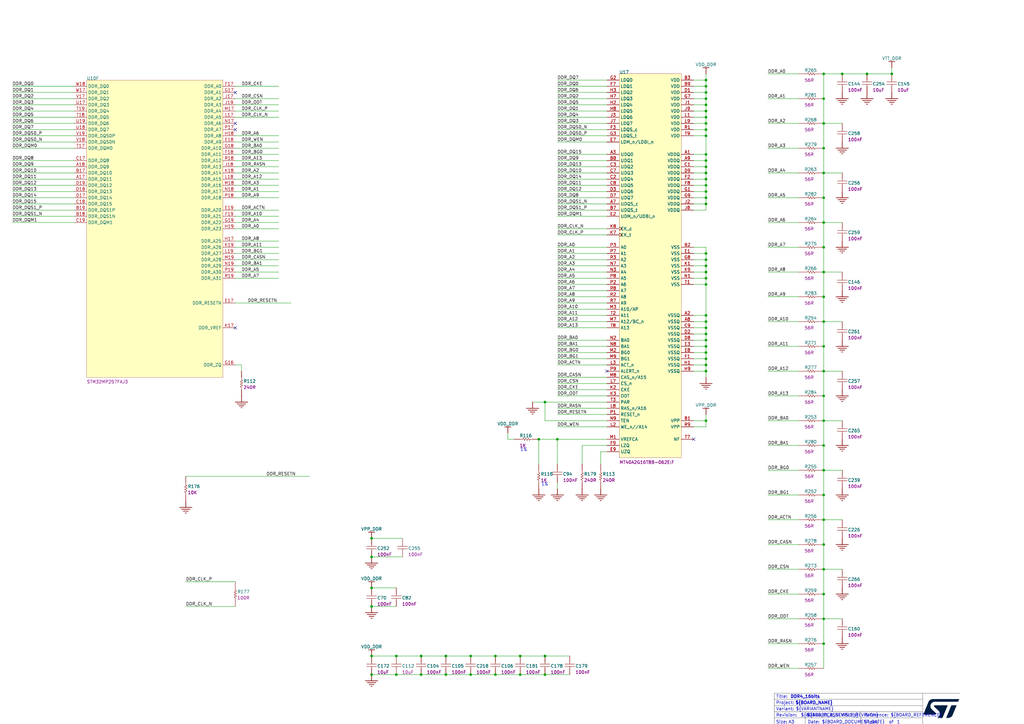
<source format=kicad_sch>
(kicad_sch (version 20250114) (generator "eeschema") (generator_version "9.0")
  (paper "A3")
  (title_block (title "DDR4_16bits") (date "Not used") (rev "Not used") (company "STMicroelectronics"))
  (text "1%" (at 221.996 199.4662 0) (effects (font (size 1.27 1.27)) (justify left bottom)))
  (text "${BOARD_REFERENCE}" (at 365.252 294.2082 0) (effects (font (size 1.27 1.27)) (justify left bottom)))
  (text "of" (at 364.49 297.0022 0) (effects (font (size 1.27 1.27)) (justify left bottom)))
  (text "${BOARD_ASSEMBLY_REVISION}" (at 330.962 294.2082 0) (effects (font (size 1.27 1.27)) (justify left bottom)))
  (text "Revision:" (at 318.262 294.2082 0) (effects (font (size 1.27 1.27)) (justify left bottom)))
  (text "${BOARD_NAME}" (at 326.136 289.1282 0) (effects (font (size 1.27 1.27) (thickness 0.254) (bold yes)) (justify left bottom)))
  (text "Date:" (at 331.216 297.0022 0) (effects (font (size 1.27 1.27)) (justify left bottom)))
  (text "Title:" (at 318.262 286.5882 0) (effects (font (size 1.27 1.27)) (justify left bottom)))
  (text "1%" (at 213.36 185.2422 0) (effects (font (size 1.27 1.27)) (justify left bottom)))
  (text "Variant:" (at 318.262 291.6682 0) (effects (font (size 1.27 1.27)) (justify left bottom)))
  (text "${BOARD_DOCUMENT_DATE}" (at 337.058 297.0022 0) (effects (font (size 1.27 1.27)) (justify left bottom)))
  (text "${##}" (at 367.792 297.0022 0) (effects (font (size 1.27 1.27)) (justify left bottom)))
  (text "${TITLE}" (at 324.104 286.5882 0) (effects (font (size 1.27 1.27) (thickness 0.254) (bold yes)) (justify left bottom)))
  (text "Reference:" (at 354.33 294.2082 0) (effects (font (size 1.27 1.27)) (justify left bottom)))
  (text "Project:" (at 318.262 289.1282 0) (effects (font (size 1.27 1.27)) (justify left bottom)))
  (text "Size:" (at 318.262 297.0022 0) (effects (font (size 1.27 1.27)) (justify left bottom)))
  (text "Sheet:" (at 354.33 297.0022 0) (effects (font (size 1.27 1.27)) (justify left bottom)))
  (text "A3" (at 323.342 297.0022 0) (effects (font (size 1.27 1.27)) (justify left bottom)))
  (text "${#}" (at 361.188 297.0022 0) (effects (font (size 1.27 1.27)) (justify left bottom)))
  (text "-" (at 330.2 294.2082 0) (effects (font (size 1.27 1.27)) (justify left bottom)))
  (text "${BOARD_PCB_REVISION}" (at 328.422 294.2082 0) (effects (font (size 1.27 1.27)) (justify left bottom)))
  (text "${VARIANTNAME}" (at 326.39 291.6682 0) (effects (font (size 1.27 1.27)) (justify left bottom)))
  (junction (at 182.88 269.0622))
  (junction (at 337.82 131.9022))
  (junction (at 162.56 276.6822))
  (junction (at 289.56 63.3222))
  (junction (at 223.52 269.0622))
  (junction (at 289.56 55.7022))
  (junction (at 289.56 48.0822))
  (junction (at 355.6 30.3022))
  (junction (at 289.56 40.4622))
  (junction (at 213.36 269.0622))
  (junction (at 289.56 50.6222))
  (junction (at 289.56 116.6622))
  (junction (at 337.82 101.4222))
  (junction (at 337.82 70.9422))
  (junction (at 337.82 142.0622))
  (junction (at 289.56 106.5022))
  (junction (at 289.56 103.9622))
  (junction (at 337.82 223.3422))
  (junction (at 337.82 111.5822))
  (junction (at 289.56 65.8622))
  (junction (at 172.72 269.0622))
  (junction (at 289.56 134.4422))
  (junction (at 289.56 81.1022))
  (junction (at 289.56 32.8422))
  (junction (at 220.98 180.1622))
  (junction (at 337.82 233.5022))
  (junction (at 172.72 276.6822))
  (junction (at 289.56 35.3822))
  (junction (at 289.56 45.5422))
  (junction (at 337.82 172.5422))
  (junction (at 337.82 40.4622))
  (junction (at 289.56 78.5622))
  (junction (at 289.56 111.5822))
  (junction (at 345.44 30.3022))
  (junction (at 162.56 269.0622))
  (junction (at 289.56 129.3622))
  (junction (at 289.56 131.9022))
  (junction (at 337.82 182.7022))
  (junction (at 152.4 248.7422))
  (junction (at 289.56 172.5422))
  (junction (at 203.2 269.0622))
  (junction (at 289.56 73.4822))
  (junction (at 289.56 144.6022))
  (junction (at 152.4 220.8022))
  (junction (at 337.82 30.3022))
  (junction (at 152.4 269.0622))
  (junction (at 182.88 276.6822))
  (junction (at 223.52 276.6822))
  (junction (at 289.56 53.1622))
  (junction (at 289.56 70.9422))
  (junction (at 223.52 164.9222))
  (junction (at 152.4 276.6822))
  (junction (at 289.56 136.9822))
  (junction (at 337.82 50.6222))
  (junction (at 337.82 121.7422))
  (junction (at 289.56 68.4022))
  (junction (at 289.56 139.5222))
  (junction (at 289.56 149.6822))
  (junction (at 203.2 276.6822))
  (junction (at 152.4 241.1222))
  (junction (at 337.82 213.1822))
  (junction (at 337.82 203.0222))
  (junction (at 193.04 269.0622))
  (junction (at 337.82 192.8622))
  (junction (at 152.4 228.4222))
  (junction (at 228.6 180.1622))
  (junction (at 337.82 243.6622))
  (junction (at 289.56 76.0222))
  (junction (at 289.56 43.0022))
  (junction (at 289.56 152.2222))
  (junction (at 337.82 162.3822))
  (junction (at 337.82 152.2222))
  (junction (at 193.04 276.6822))
  (junction (at 337.82 60.7822))
  (junction (at 213.36 276.6822))
  (junction (at 365.76 30.3022))
  (junction (at 289.56 147.1422))
  (junction (at 289.56 109.0422))
  (junction (at 289.56 114.1222))
  (junction (at 337.82 91.2622))
  (junction (at 337.82 81.1022))
  (junction (at 289.56 83.6422))
  (junction (at 289.56 37.9222))
  (junction (at 289.56 142.0622))
  (junction (at 337.82 253.8222))
  (junction (at 337.82 263.9822))
  (no_connect (at 96.52 50.6222))
  (no_connect (at 284.48 180.1622))
  (no_connect (at 96.52 37.9222))
  (no_connect (at 96.52 53.1622))
  (no_connect (at 96.52 134.4422))
  (no_connect (at 248.92 152.2222))
  (wire (pts (xy 248.92 55.7022) (xy 228.6 55.7022)))
  (wire (pts (xy 337.82 192.8622) (xy 345.44 192.8622)))
  (wire (pts (xy 337.82 40.4622) (xy 337.82 50.6222)))
  (wire (pts (xy 76.2 238.5822) (xy 96.52 238.5822)))
  (wire (pts (xy 284.48 109.0422) (xy 289.56 109.0422)))
  (wire (pts (xy 289.56 172.5422) (xy 284.48 172.5422)))
  (polyline (pts (xy 393.7 284.3022) (xy 317.5 284.3022)) (stroke (width 0.0254) (type solid) (color 0 0 0 1)))
  (wire (pts (xy 284.48 152.2222) (xy 289.56 152.2222)))
  (wire (pts (xy 327.66 111.5822) (xy 314.96 111.5822)))
  (wire (pts (xy 248.92 68.4022) (xy 228.6 68.4022)))
  (wire (pts (xy 228.6 197.9422) (xy 228.6 200.4822)))
  (wire (pts (xy 248.92 32.8422) (xy 228.6 32.8422)))
  (wire (pts (xy 248.92 164.9222) (xy 223.52 164.9222)))
  (wire (pts (xy 248.92 170.0022) (xy 228.6 170.0022)))
  (wire (pts (xy 289.56 37.9222) (xy 289.56 40.4622)))
  (wire (pts (xy 284.48 103.9622) (xy 289.56 103.9622)))
  (wire (pts (xy 248.92 73.4822) (xy 228.6 73.4822)))
  (wire (pts (xy 337.82 253.8222) (xy 337.82 263.9822)))
  (wire (pts (xy 284.48 32.8422) (xy 289.56 32.8422)))
  (wire (pts (xy 284.48 86.1822) (xy 289.56 86.1822)))
  (wire (pts (xy 5.08 55.7022) (xy 30.48 55.7022)))
  (wire (pts (xy 289.56 149.6822) (xy 284.48 149.6822)))
  (wire (pts (xy 114.3 45.5422) (xy 96.52 45.5422)))
  (wire (pts (xy 5.08 73.4822) (xy 30.48 73.4822)))
  (wire (pts (xy 289.56 78.5622) (xy 289.56 81.1022)))
  (wire (pts (xy 337.82 172.5422) (xy 345.44 172.5422)))
  (wire (pts (xy 248.92 131.9022) (xy 228.6 131.9022)))
  (wire (pts (xy 96.52 109.0422) (xy 114.3 109.0422)))
  (wire (pts (xy 5.08 81.1022) (xy 30.48 81.1022)))
  (wire (pts (xy 289.56 109.0422) (xy 289.56 106.5022)))
  (wire (pts (xy 337.82 111.5822) (xy 345.44 111.5822)))
  (wire (pts (xy 289.56 43.0022) (xy 289.56 40.4622)))
  (wire (pts (xy 119.38 124.2822) (xy 96.52 124.2822)))
  (wire (pts (xy 327.66 81.1022) (xy 314.96 81.1022)))
  (wire (pts (xy 284.48 76.0222) (xy 289.56 76.0222)))
  (wire (pts (xy 248.92 111.5822) (xy 228.6 111.5822)))
  (wire (pts (xy 114.3 88.7222) (xy 96.52 88.7222)))
  (wire (pts (xy 337.82 50.6222) (xy 337.82 60.7822)))
  (wire (pts (xy 248.92 83.6422) (xy 228.6 83.6422)))
  (wire (pts (xy 5.08 70.9422) (xy 30.48 70.9422)))
  (wire (pts (xy 172.72 276.6822) (xy 182.88 276.6822)))
  (wire (pts (xy 208.28 180.1622) (xy 210.82 180.1622)))
  (wire (pts (xy 248.92 142.0622) (xy 228.6 142.0622)))
  (wire (pts (xy 172.72 269.0622) (xy 182.88 269.0622)))
  (wire (pts (xy 284.48 37.9222) (xy 289.56 37.9222)))
  (wire (pts (xy 337.82 253.8222) (xy 345.44 253.8222)))
  (wire (pts (xy 284.48 65.8622) (xy 289.56 65.8622)))
  (wire (pts (xy 248.92 58.2422) (xy 228.6 58.2422)))
  (wire (pts (xy 284.48 116.6622) (xy 289.56 116.6622)))
  (wire (pts (xy 114.3 58.2422) (xy 96.52 58.2422)))
  (wire (pts (xy 114.3 106.5022) (xy 96.52 106.5022)))
  (wire (pts (xy 248.92 116.6622) (xy 228.6 116.6622)))
  (wire (pts (xy 248.92 175.0822) (xy 228.6 175.0822)))
  (wire (pts (xy 5.08 68.4022) (xy 30.48 68.4022)))
  (wire (pts (xy 284.48 53.1622) (xy 289.56 53.1622)))
  (polyline (pts (xy 353.06 291.9222) (xy 353.06 297.0022)) (stroke (width 0.0254) (type solid) (color 0 0 0 1)))
  (wire (pts (xy 193.04 269.0622) (xy 203.2 269.0622)))
  (wire (pts (xy 337.82 70.9422) (xy 337.82 81.1022)))
  (wire (pts (xy 248.92 40.4622) (xy 228.6 40.4622)))
  (polyline (pts (xy 378.46 284.3022) (xy 378.46 297.0022)) (stroke (width 0.0254) (type solid) (color 0 0 0 1)))
  (wire (pts (xy 284.48 45.5422) (xy 289.56 45.5422)))
  (wire (pts (xy 248.92 109.0422) (xy 228.6 109.0422)))
  (wire (pts (xy 114.3 101.4222) (xy 96.52 101.4222)))
  (wire (pts (xy 114.3 35.3822) (xy 96.52 35.3822)))
  (wire (pts (xy 289.56 175.0822) (xy 289.56 172.5422)))
  (wire (pts (xy 289.56 147.1422) (xy 284.48 147.1422)))
  (wire (pts (xy 327.66 101.4222) (xy 314.96 101.4222)))
  (wire (pts (xy 289.56 111.5822) (xy 289.56 109.0422)))
  (wire (pts (xy 289.56 55.7022) (xy 289.56 63.3222)))
  (wire (pts (xy 5.08 58.2422) (xy 30.48 58.2422)))
  (wire (pts (xy 5.08 40.4622) (xy 30.48 40.4622)))
  (wire (pts (xy 203.2 269.0622) (xy 213.36 269.0622)))
  (wire (pts (xy 284.48 50.6222) (xy 289.56 50.6222)))
  (wire (pts (xy 248.92 119.2022) (xy 228.6 119.2022)))
  (wire (pts (xy 114.3 40.4622) (xy 96.52 40.4622)))
  (wire (pts (xy 152.4 220.8022) (xy 165.1 220.8022)))
  (wire (pts (xy 289.56 144.6022) (xy 289.56 147.1422)))
  (polyline (pts (xy 317.5 291.9222) (xy 378.46 291.9222)) (stroke (width 0.0254) (type solid) (color 0 0 0 1)))
  (wire (pts (xy 114.3 70.9422) (xy 96.52 70.9422)))
  (wire (pts (xy 248.92 106.5022) (xy 228.6 106.5022)))
  (wire (pts (xy 337.82 233.5022) (xy 337.82 243.6622)))
  (wire (pts (xy 284.48 114.1222) (xy 289.56 114.1222)))
  (wire (pts (xy 289.56 136.9822) (xy 289.56 139.5222)))
  (wire (pts (xy 248.92 172.5422) (xy 223.52 172.5422)))
  (wire (pts (xy 327.66 142.0622) (xy 314.96 142.0622)))
  (wire (pts (xy 289.56 114.1222) (xy 289.56 111.5822)))
  (wire (pts (xy 327.66 203.0222) (xy 314.96 203.0222)))
  (wire (pts (xy 114.3 65.8622) (xy 96.52 65.8622)))
  (wire (pts (xy 327.66 131.9022) (xy 314.96 131.9022)))
  (wire (pts (xy 96.52 73.4822) (xy 114.3 73.4822)))
  (wire (pts (xy 5.08 48.0822) (xy 30.48 48.0822)))
  (wire (pts (xy 248.92 126.8222) (xy 228.6 126.8222)))
  (wire (pts (xy 289.56 35.3822) (xy 289.56 37.9222)))
  (wire (pts (xy 114.3 86.1822) (xy 96.52 86.1822)))
  (wire (pts (xy 337.82 223.3422) (xy 337.82 233.5022)))
  (wire (pts (xy 337.82 91.2622) (xy 345.44 91.2622)))
  (wire (pts (xy 289.56 129.3622) (xy 289.56 131.9022)))
  (wire (pts (xy 248.92 121.7422) (xy 228.6 121.7422)))
  (wire (pts (xy 337.82 192.8622) (xy 337.82 203.0222)))
  (wire (pts (xy 289.56 152.2222) (xy 289.56 154.7622)))
  (wire (pts (xy 248.92 129.3622) (xy 228.6 129.3622)))
  (wire (pts (xy 337.82 203.0222) (xy 337.82 213.1822)))
  (wire (pts (xy 248.92 35.3822) (xy 228.6 35.3822)))
  (wire (pts (xy 152.4 241.1222) (xy 162.56 241.1222)))
  (wire (pts (xy 248.92 159.8422) (xy 228.6 159.8422)))
  (wire (pts (xy 96.52 48.0822) (xy 114.3 48.0822)))
  (wire (pts (xy 289.56 139.5222) (xy 289.56 142.0622)))
  (wire (pts (xy 289.56 142.0622) (xy 289.56 144.6022)))
  (wire (pts (xy 284.48 63.3222) (xy 289.56 63.3222)))
  (wire (pts (xy 289.56 83.6422) (xy 284.48 83.6422)))
  (wire (pts (xy 208.28 177.6222) (xy 208.28 180.1622)))
  (wire (pts (xy 284.48 70.9422) (xy 289.56 70.9422)))
  (wire (pts (xy 238.76 190.3222) (xy 238.76 182.7022)))
  (wire (pts (xy 289.56 170.0022) (xy 289.56 172.5422)))
  (wire (pts (xy 337.82 152.2222) (xy 337.82 162.3822)))
  (wire (pts (xy 114.3 68.4022) (xy 96.52 68.4022)))
  (wire (pts (xy 248.92 144.6022) (xy 228.6 144.6022)))
  (wire (pts (xy 337.82 263.9822) (xy 337.82 274.1422)))
  (wire (pts (xy 337.82 91.2622) (xy 337.82 101.4222)))
  (wire (pts (xy 327.66 162.3822) (xy 314.96 162.3822)))
  (wire (pts (xy 289.56 43.0022) (xy 289.56 45.5422)))
  (wire (pts (xy 289.56 149.6822) (xy 289.56 147.1422)))
  (wire (pts (xy 337.82 30.3022) (xy 337.82 40.4622)))
  (wire (pts (xy 327.66 70.9422) (xy 314.96 70.9422)))
  (wire (pts (xy 327.66 233.5022) (xy 314.96 233.5022)))
  (wire (pts (xy 327.66 91.2622) (xy 314.96 91.2622)))
  (wire (pts (xy 248.92 81.1022) (xy 228.6 81.1022)))
  (wire (pts (xy 289.56 50.6222) (xy 289.56 53.1622)))
  (wire (pts (xy 223.52 269.0622) (xy 233.68 269.0622)))
  (wire (pts (xy 5.08 43.0022) (xy 30.48 43.0022)))
  (wire (pts (xy 5.08 37.9222) (xy 30.48 37.9222)))
  (wire (pts (xy 152.4 269.0622) (xy 162.56 269.0622)))
  (wire (pts (xy 289.56 32.8422) (xy 289.56 35.3822)))
  (polyline (pts (xy 317.5 294.4622) (xy 378.46 294.4622)) (stroke (width 0.0254) (type solid) (color 0 0 0 1)))
  (wire (pts (xy 345.44 30.3022) (xy 337.82 30.3022)))
  (wire (pts (xy 220.98 180.1622) (xy 220.98 190.3222)))
  (wire (pts (xy 248.92 65.8622) (xy 228.6 65.8622)))
  (wire (pts (xy 337.82 213.1822) (xy 337.82 223.3422)))
  (wire (pts (xy 248.92 134.4422) (xy 228.6 134.4422)))
  (wire (pts (xy 284.48 106.5022) (xy 289.56 106.5022)))
  (wire (pts (xy 228.6 93.8022) (xy 248.92 93.8022)))
  (wire (pts (xy 289.56 111.5822) (xy 284.48 111.5822)))
  (wire (pts (xy 327.66 192.8622) (xy 314.96 192.8622)))
  (wire (pts (xy 327.66 223.3422) (xy 314.96 223.3422)))
  (wire (pts (xy 203.2 276.6822) (xy 213.36 276.6822)))
  (wire (pts (xy 114.3 60.7822) (xy 96.52 60.7822)))
  (wire (pts (xy 248.92 185.2422) (xy 246.38 185.2422)))
  (wire (pts (xy 5.08 50.6222) (xy 30.48 50.6222)))
  (wire (pts (xy 223.52 276.6822) (xy 233.68 276.6822)))
  (wire (pts (xy 337.82 70.9422) (xy 345.44 70.9422)))
  (wire (pts (xy 5.08 60.7822) (xy 30.48 60.7822)))
  (wire (pts (xy 96.52 93.8022) (xy 114.3 93.8022)))
  (wire (pts (xy 337.82 243.6622) (xy 337.82 253.8222)))
  (wire (pts (xy 327.66 182.7022) (xy 314.96 182.7022)))
  (wire (pts (xy 337.82 60.7822) (xy 337.82 70.9422)))
  (wire (pts (xy 284.48 73.4822) (xy 289.56 73.4822)))
  (wire (pts (xy 337.82 101.4222) (xy 337.82 111.5822)))
  (wire (pts (xy 248.92 70.9422) (xy 228.6 70.9422)))
  (wire (pts (xy 337.82 121.7422) (xy 337.82 131.9022)))
  (wire (pts (xy 327.66 152.2222) (xy 314.96 152.2222)))
  (wire (pts (xy 337.82 81.1022) (xy 337.82 91.2622)))
  (wire (pts (xy 284.48 43.0022) (xy 289.56 43.0022)))
  (wire (pts (xy 289.56 73.4822) (xy 289.56 76.0222)))
  (wire (pts (xy 5.08 88.7222) (xy 30.48 88.7222)))
  (wire (pts (xy 337.82 142.0622) (xy 337.82 152.2222)))
  (wire (pts (xy 5.08 35.3822) (xy 30.48 35.3822)))
  (wire (pts (xy 284.48 81.1022) (xy 289.56 81.1022)))
  (wire (pts (xy 228.6 149.6822) (xy 248.92 149.6822)))
  (wire (pts (xy 228.6 147.1422) (xy 248.92 147.1422)))
  (wire (pts (xy 96.52 78.5622) (xy 114.3 78.5622)))
  (wire (pts (xy 314.96 40.4622) (xy 327.66 40.4622)))
  (wire (pts (xy 248.92 86.1822) (xy 228.6 86.1822)))
  (wire (pts (xy 345.44 152.2222) (xy 337.82 152.2222)))
  (wire (pts (xy 248.92 101.4222) (xy 228.6 101.4222)))
  (wire (pts (xy 5.08 53.1622) (xy 30.48 53.1622)))
  (wire (pts (xy 220.98 180.1622) (xy 228.6 180.1622)))
  (wire (pts (xy 327.66 243.6622) (xy 314.96 243.6622)))
  (wire (pts (xy 284.48 139.5222) (xy 289.56 139.5222)))
  (wire (pts (xy 327.66 30.3022) (xy 314.96 30.3022)))
  (wire (pts (xy 152.4 228.4222) (xy 165.1 228.4222)))
  (wire (pts (xy 289.56 152.2222) (xy 289.56 149.6822)))
  (wire (pts (xy 289.56 86.1822) (xy 289.56 83.6422)))
  (wire (pts (xy 327.66 50.6222) (xy 314.96 50.6222)))
  (wire (pts (xy 248.92 76.0222) (xy 228.6 76.0222)))
  (wire (pts (xy 289.56 30.3022) (xy 289.56 32.8422)))
  (wire (pts (xy 289.56 76.0222) (xy 289.56 78.5622)))
  (wire (pts (xy 289.56 136.9822) (xy 284.48 136.9822)))
  (wire (pts (xy 5.08 91.2622) (xy 30.48 91.2622)))
  (wire (pts (xy 246.38 185.2422) (xy 246.38 190.3222)))
  (wire (pts (xy 152.4 276.6822) (xy 162.56 276.6822)))
  (wire (pts (xy 327.66 253.8222) (xy 314.96 253.8222)))
  (wire (pts (xy 289.56 81.1022) (xy 289.56 83.6422)))
  (wire (pts (xy 114.3 114.1222) (xy 96.52 114.1222)))
  (wire (pts (xy 289.56 116.6622) (xy 289.56 114.1222)))
  (wire (pts (xy 289.56 103.9622) (xy 289.56 101.4222)))
  (wire (pts (xy 248.92 50.6222) (xy 228.6 50.6222)))
  (wire (pts (xy 337.82 142.0622) (xy 337.82 131.9022)))
  (wire (pts (xy 337.82 172.5422) (xy 337.82 182.7022)))
  (wire (pts (xy 5.08 76.0222) (xy 30.48 76.0222)))
  (polyline (pts (xy 378.46 286.8422) (xy 317.5 286.8422)) (stroke (width 0.0254) (type solid) (color 0 0 0 1)))
  (wire (pts (xy 284.48 144.6022) (xy 289.56 144.6022)))
  (polyline (pts (xy 317.5 284.3022) (xy 317.5 297.0022)) (stroke (width 0.0254) (type solid) (color 0 0 0 1)))
  (wire (pts (xy 327.66 213.1822) (xy 314.96 213.1822)))
  (wire (pts (xy 5.08 65.8622) (xy 30.48 65.8622)))
  (wire (pts (xy 248.92 139.5222) (xy 228.6 139.5222)))
  (polyline (pts (xy 330.2 294.4622) (xy 330.2 297.0022)) (stroke (width 0.0254) (type solid) (color 0 0 0 1)))
  (wire (pts (xy 365.76 27.7622) (xy 365.76 30.3022)))
  (wire (pts (xy 289.56 48.0822) (xy 289.56 50.6222)))
  (wire (pts (xy 114.3 76.0222) (xy 96.52 76.0222)))
  (wire (pts (xy 96.52 91.2622) (xy 114.3 91.2622)))
  (wire (pts (xy 355.6 30.3022) (xy 345.44 30.3022)))
  (wire (pts (xy 5.08 78.5622) (xy 30.48 78.5622)))
  (wire (pts (xy 96.52 149.6822) (xy 99.06 149.6822)))
  (wire (pts (xy 327.66 274.1422) (xy 314.96 274.1422)))
  (wire (pts (xy 248.92 78.5622) (xy 228.6 78.5622)))
  (wire (pts (xy 114.3 103.9622) (xy 96.52 103.9622)))
  (wire (pts (xy 248.92 114.1222) (xy 228.6 114.1222)))
  (wire (pts (xy 114.3 81.1022) (xy 96.52 81.1022)))
  (wire (pts (xy 114.3 111.5822) (xy 96.52 111.5822)))
  (wire (pts (xy 76.2 195.4022) (xy 127 195.4022)))
  (wire (pts (xy 114.3 55.7022) (xy 96.52 55.7022)))
  (wire (pts (xy 193.04 276.6822) (xy 203.2 276.6822)))
  (wire (pts (xy 327.66 263.9822) (xy 314.96 263.9822)))
  (wire (pts (xy 284.48 55.7022) (xy 289.56 55.7022)))
  (wire (pts (xy 182.88 276.6822) (xy 193.04 276.6822)))
  (wire (pts (xy 289.56 101.4222) (xy 284.48 101.4222)))
  (wire (pts (xy 284.48 134.4422) (xy 289.56 134.4422)))
  (wire (pts (xy 337.82 111.5822) (xy 337.82 121.7422)))
  (wire (pts (xy 248.92 45.5422) (xy 228.6 45.5422)))
  (wire (pts (xy 289.56 134.4422) (xy 289.56 136.9822)))
  (wire (pts (xy 114.3 98.8822) (xy 96.52 98.8822)))
  (wire (pts (xy 218.44 164.9222) (xy 223.52 164.9222)))
  (wire (pts (xy 327.66 60.7822) (xy 314.96 60.7822)))
  (wire (pts (xy 228.6 180.1622) (xy 228.6 190.3222)))
  (wire (pts (xy 284.48 78.5622) (xy 289.56 78.5622)))
  (wire (pts (xy 248.92 154.7622) (xy 228.6 154.7622)))
  (wire (pts (xy 182.88 269.0622) (xy 193.04 269.0622)))
  (wire (pts (xy 289.56 131.9022) (xy 284.48 131.9022)))
  (wire (pts (xy 284.48 40.4622) (xy 289.56 40.4622)))
  (wire (pts (xy 284.48 175.0822) (xy 289.56 175.0822)))
  (wire (pts (xy 213.36 269.0622) (xy 223.52 269.0622)))
  (wire (pts (xy 5.08 86.1822) (xy 30.48 86.1822)))
  (wire (pts (xy 337.82 233.5022) (xy 345.44 233.5022)))
  (wire (pts (xy 228.6 180.1622) (xy 248.92 180.1622)))
  (wire (pts (xy 327.66 121.7422) (xy 314.96 121.7422)))
  (wire (pts (xy 5.08 45.5422) (xy 30.48 45.5422)))
  (wire (pts (xy 248.92 48.0822) (xy 228.6 48.0822)))
  (wire (pts (xy 248.92 37.9222) (xy 228.6 37.9222)))
  (wire (pts (xy 213.36 276.6822) (xy 223.52 276.6822)))
  (wire (pts (xy 284.48 68.4022) (xy 289.56 68.4022)))
  (wire (pts (xy 365.76 30.3022) (xy 355.6 30.3022)))
  (wire (pts (xy 248.92 167.4622) (xy 228.6 167.4622)))
  (wire (pts (xy 337.82 182.7022) (xy 337.82 192.8622)))
  (wire (pts (xy 99.06 149.6822) (xy 99.06 152.2222)))
  (wire (pts (xy 289.56 70.9422) (xy 289.56 73.4822)))
  (wire (pts (xy 337.82 131.9022) (xy 345.44 131.9022)))
  (wire (pts (xy 228.6 103.9622) (xy 248.92 103.9622)))
  (wire (pts (xy 289.56 53.1622) (xy 289.56 55.7022)))
  (wire (pts (xy 248.92 124.2822) (xy 228.6 124.2822)))
  (wire (pts (xy 162.56 276.6822) (xy 172.72 276.6822)))
  (wire (pts (xy 248.92 53.1622) (xy 228.6 53.1622)))
  (wire (pts (xy 228.6 96.3422) (xy 248.92 96.3422)))
  (wire (pts (xy 248.92 43.0022) (xy 228.6 43.0022)))
  (wire (pts (xy 314.96 172.5422) (xy 327.66 172.5422)))
  (wire (pts (xy 238.76 182.7022) (xy 248.92 182.7022)))
  (wire (pts (xy 223.52 172.5422) (xy 223.52 164.9222)))
  (wire (pts (xy 284.48 35.3822) (xy 289.56 35.3822)))
  (wire (pts (xy 337.82 213.1822) (xy 345.44 213.1822)))
  (wire (pts (xy 289.56 45.5422) (xy 289.56 48.0822)))
  (wire (pts (xy 345.44 50.6222) (xy 337.82 50.6222)))
  (wire (pts (xy 289.56 63.3222) (xy 289.56 65.8622)))
  (wire (pts (xy 114.3 43.0022) (xy 96.52 43.0022)))
  (wire (pts (xy 248.92 162.3822) (xy 228.6 162.3822)))
  (wire (pts (xy 248.92 63.3222) (xy 228.6 63.3222)))
  (wire (pts (xy 337.82 162.3822) (xy 337.82 172.5422)))
  (wire (pts (xy 152.4 248.7422) (xy 162.56 248.7422)))
  (wire (pts (xy 289.56 116.6622) (xy 289.56 129.3622)))
  (wire (pts (xy 289.56 131.9022) (xy 289.56 134.4422)))
  (polyline (pts (xy 317.5 289.3822) (xy 378.46 289.3822)) (stroke (width 0.0254) (type solid) (color 0 0 0 1)))
  (wire (pts (xy 76.2 248.7422) (xy 96.52 248.7422)))
  (wire (pts (xy 289.56 142.0622) (xy 284.48 142.0622)))
  (wire (pts (xy 289.56 68.4022) (xy 289.56 70.9422)))
  (wire (pts (xy 248.92 157.3022) (xy 228.6 157.3022)))
  (wire (pts (xy 5.08 83.6422) (xy 30.48 83.6422)))
  (wire (pts (xy 289.56 129.3622) (xy 284.48 129.3622)))
  (wire (pts (xy 289.56 65.8622) (xy 289.56 68.4022)))
  (wire (pts (xy 289.56 106.5022) (xy 289.56 103.9622)))
  (wire (pts (xy 114.3 63.3222) (xy 96.52 63.3222)))
  (wire (pts (xy 248.92 88.7222) (xy 228.6 88.7222)))
  (wire (pts (xy 284.48 48.0822) (xy 289.56 48.0822)))
  (wire (pts (xy 162.56 269.0622) (xy 172.72 269.0622)))
  (image (at 386.042 290.6347) (scale 0.0686606))
  (label "DDR_ODT" (at 228.6 162.3822 0))
  (label "DDR_A7" (at 99.06 114.1222 0))
  (label "DDR_CLK_P" (at 228.6 96.3422 0))
  (label "DDR_A2" (at 99.06 70.9422 0))
  (label "DDR_A1" (at 99.06 78.5622 0))
  (label "DDR_DQ12" (at 5.08 76.0222 0))
  (label "DDR_DQ7" (at 5.08 53.1622 0))
  (label "DDR_A8" (at 228.6 121.7422 0))
  (label "DDR_A0" (at 99.06 93.8022 0))
  (label "DDR_DQ0" (at 228.6 35.3822 0))
  (label "DDR_A13" (at 314.96 162.3822 0))
  (label "DDR_RESETN" (at 101.6 124.2822 0))
  (label "DDR_RASN" (at 99.06 68.4022 0))
  (label "DDR_BG0" (at 99.06 63.3222 0))
  (label "DDR_DQ1" (at 5.08 37.9222 0))
  (label "DDR_DQS1_N" (at 228.6 83.6422 0))
  (label "DDR_A5" (at 314.96 81.1022 0))
  (label "DDR_A13" (at 228.6 134.4422 0))
  (label "DDR_CKE" (at 314.96 243.6622 0))
  (label "DDR_A12" (at 99.06 73.4822 0))
  (label "DDR_DQ13" (at 228.6 68.4022 0))
  (label "DDR_CLK_N" (at 99.06 48.0822 0))
  (label "DDR_A6" (at 99.06 55.7022 0))
  (label "DDR_ODT" (at 99.06 43.0022 0))
  (label "DDR_DQS1_P" (at 5.08 86.1822 0))
  (label "DDR_A2" (at 228.6 106.5022 0))
  (label "DDR_DQ8" (at 5.08 65.8622 0))
  (label "DDR_DQM1" (at 228.6 88.7222 0))
  (label "DDR_A11" (at 228.6 129.3622 0))
  (label "DDR_BA1" (at 314.96 182.7022 0))
  (label "DDR_CSN" (at 314.96 233.5022 0))
  (label "DDR_BG1" (at 228.6 147.1422 0))
  (label "DDR_DQ3" (at 228.6 50.6222 0))
  (label "DDR_A13" (at 99.06 65.8622 0))
  (label "DDR_DQM0" (at 5.08 60.7822 0))
  (label "DDR_A3" (at 99.06 76.0222 0))
  (label "DDR_DQM0" (at 228.6 58.2422 0))
  (label "DDR_BA1" (at 228.6 142.0622 0))
  (label "DDR_A10" (at 99.06 88.7222 0))
  (label "DDR_DQS0_N" (at 228.6 53.1622 0))
  (label "DDR_DQ11" (at 228.6 76.0222 0))
  (label "DDR_DQ3" (at 5.08 43.0022 0))
  (label "DDR_CKE" (at 99.06 35.3822 0))
  (label "DDR_A1" (at 228.6 103.9622 0))
  (label "DDR_DQ15" (at 228.6 63.3222 0))
  (label "DDR_A0" (at 314.96 30.3022 0))
  (label "DDR_A12" (at 314.96 152.2222 0))
  (label "DDR_DQM1" (at 5.08 91.2622 0))
  (label "DDR_A9" (at 99.06 81.1022 0))
  (label "DDR_WEN" (at 99.06 58.2422 0))
  (label "DDR_A0" (at 228.6 101.4222 0))
  (label "DDR_DQS0_P" (at 228.6 55.7022 0))
  (label "DDR_A10" (at 314.96 131.9022 0))
  (label "DDR_BG0" (at 228.6 144.6022 0))
  (label "DDR_DQ9" (at 5.08 68.4022 0))
  (label "DDR_DQ5" (at 5.08 48.0822 0))
  (label "DDR_A4" (at 314.96 70.9422 0))
  (label "DDR_A3" (at 314.96 60.7822 0))
  (label "DDR_CLK_N" (at 76.2 248.7422 0))
  (label "DDR_A3" (at 228.6 109.0422 0))
  (label "DDR_DQ9" (at 228.6 65.8622 0))
  (label "DDR_DQ8" (at 228.6 81.1022 0))
  (label "DDR_A11" (at 99.06 101.4222 0))
  (label "DDR_A10" (at 228.6 126.8222 0))
  (label "DDR_DQ2" (at 5.08 40.4622 0))
  (label "DDR_RESETN" (at 109.22 195.4022 0))
  (label "DDR_DQ14" (at 228.6 73.4822 0))
  (label "DDR_BG1" (at 99.06 103.9622 0))
  (label "DDR_BA0" (at 314.96 172.5422 0))
  (label "DDR_DQ4" (at 228.6 48.0822 0))
  (label "DDR_CSN" (at 228.6 157.3022 0))
  (label "DDR_A11" (at 314.96 142.0622 0))
  (label "DDR_DQ6" (at 5.08 50.6222 0))
  (label "DDR_ACTN" (at 99.06 86.1822 0))
  (label "DDR_CSN" (at 99.06 40.4622 0))
  (label "DDR_DQS0_N" (at 5.08 58.2422 0))
  (label "DDR_DQ14" (at 5.08 81.1022 0))
  (label "DDR_DQ4" (at 5.08 45.5422 0))
  (label "DDR_ODT" (at 314.96 253.8222 0))
  (label "DDR_DQ13" (at 5.08 78.5622 0))
  (label "DDR_DQ1" (at 228.6 45.5422 0))
  (label "DDR_DQ2" (at 228.6 40.4622 0))
  (label "DDR_CASN" (at 99.06 106.5022 0))
  (label "DDR_A9" (at 228.6 124.2822 0))
  (label "DDR_DQ10" (at 228.6 70.9422 0))
  (label "DDR_DQ5" (at 228.6 43.0022 0))
  (label "DDR_A4" (at 228.6 111.5822 0))
  (label "DDR_RASN" (at 228.6 167.4622 0))
  (label "DDR_RASN" (at 314.96 263.9822 0))
  (label "DDR_A5" (at 99.06 111.5822 0))
  (label "DDR_DQ7" (at 228.6 32.8422 0))
  (label "DDR_A7" (at 314.96 101.4222 0))
  (label "DDR_ACTN" (at 314.96 213.1822 0))
  (label "DDR_BA0" (at 228.6 139.5222 0))
  (label "DDR_CLK_N" (at 228.6 93.8022 0))
  (label "DDR_DQ15" (at 5.08 83.6422 0))
  (label "DDR_BG0" (at 314.96 192.8622 0))
  (label "DDR_CLK_P" (at 76.2 238.5822 0))
  (label "DDR_A8" (at 99.06 98.8822 0))
  (label "DDR_DQS0_P" (at 5.08 55.7022 0))
  (label "DDR_A7" (at 228.6 119.2022 0))
  (label "DDR_CASN" (at 228.6 154.7622 0))
  (label "DDR_DQS1_N" (at 5.08 88.7222 0))
  (label "DDR_RESETN" (at 228.6 170.0022 0))
  (label "DDR_DQ11" (at 5.08 73.4822 0))
  (label "DDR_DQ10" (at 5.08 70.9422 0))
  (label "DDR_DQ12" (at 228.6 78.5622 0))
  (label "DDR_A9" (at 314.96 121.7422 0))
  (label "DDR_CKE" (at 228.6 159.8422 0))
  (label "DDR_BA1" (at 99.06 109.0422 0))
  (label "DDR_A2" (at 314.96 50.6222 0))
  (label "DDR_DQS1_P" (at 228.6 86.1822 0))
  (label "DDR_A4" (at 99.06 91.2622 0))
  (label "DDR_ACTN" (at 228.6 149.6822 0))
  (label "DDR_A1" (at 314.96 40.4622 0))
  (label "DDR_A12" (at 228.6 131.9022 0))
  (label "DDR_A5" (at 228.6 114.1222 0))
  (label "DDR_CASN" (at 314.96 223.3422 0))
  (label "DDR_WEN" (at 314.96 274.1422 0))
  (label "DDR_BG1" (at 314.96 203.0222 0))
  (label "DDR_A6" (at 314.96 91.2622 0))
  (label "DDR_A8" (at 314.96 111.5822 0))
  (label "DDR_WEN" (at 228.6 175.0822 0))
  (label "DDR_CLK_P" (at 99.06 45.5422 0))
  (label "DDR_BA0" (at 99.06 60.7822 0))
  (label "DDR_DQ6" (at 228.6 37.9222 0))
  (label "DDR_DQ0" (at 5.08 35.3822 0))
  (label "DDR_A6" (at 228.6 116.6622 0))
  (symbol (lib_id "MCD_PARTS_database:U_DDR4_16bits_0_Resistor_MCD_PARTS_database.DbLib") (at 330.2 149.6822 0) (unit 1)
    (property "Reference" "R277" (at 329.946 151.4602 0) (effects (justify left bottom)))
    (property "Value" "Resistor" (effects (hide yes)))
    (property "Footprint" "R0402" (effects (hide yes)))
    (property "Description" "Resistor, 56R, 0402, +/-1%, 1/16W" (effects (hide yes)))
    (property "INTERNAL_PART_NUMBER" "MCD-00054" (effects (hide yes)))
    (property "ALTIUM_VALUE" "56R" (at 329.946 155.5242 0) (effects (justify left bottom)))
    (property "STATUS" "Released" (effects (hide yes)))
    (property "PART_PREFERENCE" "Recommended" (effects (hide yes)))
    (property "PART_TYPE" "Resistor" (effects (hide yes)))
    (property "MANUFACTURER" "YAGEO" (effects (hide yes)))
    (property "MANUFACTURER_PART_NUMBER" "RC0402FR-0756RL" (effects (hide yes)))
    (property "PACKAGE" "0402" (effects (hide yes)))
    (property "COMPONENTLINK1URL" "http://tunmcdsvn.tun.st.com/Component_Documentation_Library/Trunk/Resistor/YAGEO_RC_L_Series" (effects (hide yes)))
    (property "ORDER_CODE_DIGIKEY" "311-56.0LRCT-ND" (effects (hide yes)))
    (property "ORDER_CODE_FARNELL" "9239081" (effects (hide yes)))
    (property "ORDER_CODE_RS" "N/A" (effects (hide yes)))
    (property "ALTERNATE_MANUFACTURER" "N/A" (effects (hide yes)))
    (property "ALTERNATE_MANUFACTURER_PART_NUMBER" "N/A" (effects (hide yes)))
  )
  (symbol (lib_id "MCD_PARTS_database:U_DDR4_16bits_1_Capacitor_MCD_PARTS_database.DbLib") (at 342.9 96.3422 0) (unit 1)
    (property "Reference" "C259" (at 347.726 96.0882 0) (effects (justify left bottom)))
    (property "Value" "Capacitor" (effects (hide yes)))
    (property "Footprint" "C0402" (effects (hide yes)))
    (property "Description" "Capacitor, MLCC, 100nF, 16V, X7R, +/-10%, 0402, T=0.5mm" (effects (hide yes)))
    (property "INTERNAL_PART_NUMBER" "MCD-00006" (effects (hide yes)))
    (property "ALTIUM_VALUE" "100nF" (at 347.726 98.6282 0) (effects (justify left bottom)))
    (property "STATUS" "Released" (effects (hide yes)))
    (property "PART_PREFERENCE" "Recommended" (effects (hide yes)))
    (property "PART_TYPE" "Capacitor" (effects (hide yes)))
    (property "MANUFACTURER" "YAGEO" (effects (hide yes)))
    (property "MANUFACTURER_PART_NUMBER" "CC0402KRX7R7BB104" (effects (hide yes)))
    (property "ALTERNATE_MANUFACTURER" "MURATA" (effects (hide yes)))
    (property "ALTERNATE_MANUFACTURER_PART_NUMBER" "GCM155R71C104KA55D" (effects (hide yes)))
    (property "PACKAGE" "0402" (effects (hide yes)))
    (property "COMPONENTLINK1DESCRIPTION" "Datasheet" (effects (hide yes)))
    (property "COMPONENTLINK1URL" "http://tunmcdsvn.tun.st.com/Component_Documentation_Library/Trunk/Capacitor/YAGEO_X7R_Series" (effects (hide yes)))
    (property "ORDER_CODE_DIGIKEY" "311-1338-1-ND" (effects (hide yes)))
    (property "ORDER_CODE_FARNELL" "9402047" (effects (hide yes)))
    (property "ORDER_CODE_RS" "616-9701" (effects (hide yes)))
  )
  (symbol (lib_id "STM32MP25XXAJ_DDR4-altium-import:GND_POWER_GROUND") (at 345.44 78.5622 0) (unit 1)
    (property "Reference" "#PWR?" (effects (hide yes)))
    (property "Value" "GND" (effects (hide yes)))
  )
  (symbol (lib_id "MCD_PARTS_database:U_DDR4_16bits_1_Capacitor_MCD_PARTS_database.DbLib") (at 226.06 195.4022 0) (unit 1)
    (property "Reference" "C94" (at 230.886 195.1482 0) (effects (justify left bottom)))
    (property "Value" "Capacitor" (effects (hide yes)))
    (property "Footprint" "C0402" (effects (hide yes)))
    (property "Description" "Capacitor, MLCC, 100nF, 16V, X7R, +/-10%, 0402, T=0.5mm" (effects (hide yes)))
    (property "INTERNAL_PART_NUMBER" "MCD-00006" (effects (hide yes)))
    (property "ALTIUM_VALUE" "100nF" (at 230.886 197.6882 0) (effects (justify left bottom)))
    (property "STATUS" "Released" (effects (hide yes)))
    (property "PART_PREFERENCE" "Recommended" (effects (hide yes)))
    (property "PART_TYPE" "Capacitor" (effects (hide yes)))
    (property "MANUFACTURER" "YAGEO" (effects (hide yes)))
    (property "MANUFACTURER_PART_NUMBER" "CC0402KRX7R7BB104" (effects (hide yes)))
    (property "ALTERNATE_MANUFACTURER" "MURATA" (effects (hide yes)))
    (property "ALTERNATE_MANUFACTURER_PART_NUMBER" "GCM155R71C104KA55D" (effects (hide yes)))
    (property "PACKAGE" "0402" (effects (hide yes)))
    (property "COMPONENTLINK1DESCRIPTION" "Datasheet" (effects (hide yes)))
    (property "COMPONENTLINK1URL" "http://tunmcdsvn.tun.st.com/Component_Documentation_Library/Trunk/Capacitor/YAGEO_X7R_Series" (effects (hide yes)))
    (property "ORDER_CODE_DIGIKEY" "311-1338-1-ND" (effects (hide yes)))
    (property "ORDER_CODE_FARNELL" "9402047" (effects (hide yes)))
    (property "ORDER_CODE_RS" "616-9701" (effects (hide yes)))
  )
  (symbol (lib_name "U_DDR4_16bits_0_Resistor_MCD_PARTS_database.DbLib_1") (lib_id "MCD_PARTS_database:U_DDR4_16bits_0_Resistor_MCD_PARTS_database.DbLib") (at 213.36 177.6222 0) (unit 1)
    (property "Reference" "R116" (at 213.106 179.4002 0) (effects (justify left bottom)))
    (property "Value" "Resistor" (effects (hide yes)))
    (property "Footprint" "R0402" (effects (hide yes)))
    (property "Description" "Resistor, 1K, 0402, +/-1%,1/16W" (effects (hide yes)))
    (property "INTERNAL_PART_NUMBER" "MCD-00061" (effects (hide yes)))
    (property "ALTIUM_VALUE" "1K" (at 213.106 183.4642 0) (effects (justify left bottom)))
    (property "STATUS" "Released" (effects (hide yes)))
    (property "PART_TYPE" "Resistor" (effects (hide yes)))
    (property "PART_PREFERENCE" "Recommended" (effects (hide yes)))
    (property "MANUFACTURER" "YAGEO" (effects (hide yes)))
    (property "MANUFACTURER_PART_NUMBER" "RC0402FR-071KL" (effects (hide yes)))
    (property "PACKAGE" "0402" (effects (hide yes)))
    (property "COMPONENTLINK1URL" "http://tunmcdsvn.tun.st.com/Component_Documentation_Library/Trunk/Resistor/YAGEO_RC_L_Series" (effects (hide yes)))
    (property "ORDER_CODE_DIGIKEY" "311-1.00KLRCT-ND" (effects (hide yes)))
    (property "ORDER_CODE_FARNELL" "9239235" (effects (hide yes)))
    (property "ORDER_CODE_RS" "9239235" (effects (hide yes)))
    (property "COMPONENT_COUNTRY_OF_ORIGIN" "China" (effects (hide yes)))
    (property "SHOWFIELDS" "YES" (effects (hide yes)))
    (property "ID" "2532" (effects (hide yes)))
  )
  (symbol (lib_id "STM32MP25XXAJ_DDR4-altium-import:GND_POWER_GROUND") (at 345.44 200.4822 0) (unit 1)
    (property "Reference" "#PWR?" (effects (hide yes)))
    (property "Value" "GND" (effects (hide yes)))
  )
  (symbol (lib_id "MCD_PARTS_database:U_DDR4_16bits_1_Capacitor_MCD_PARTS_database.DbLib") (at 342.9 116.6622 0) (unit 1)
    (property "Reference" "C146" (at 347.726 116.4082 0) (effects (justify left bottom)))
    (property "Value" "Capacitor" (effects (hide yes)))
    (property "Footprint" "C0402" (effects (hide yes)))
    (property "Description" "Capacitor, MLCC, 100nF, 16V, X7R, +/-10%, 0402, T=0.5mm" (effects (hide yes)))
    (property "INTERNAL_PART_NUMBER" "MCD-00006" (effects (hide yes)))
    (property "ALTIUM_VALUE" "100nF" (at 347.726 118.9482 0) (effects (justify left bottom)))
    (property "STATUS" "Released" (effects (hide yes)))
    (property "PART_PREFERENCE" "Recommended" (effects (hide yes)))
    (property "PART_TYPE" "Capacitor" (effects (hide yes)))
    (property "MANUFACTURER" "YAGEO" (effects (hide yes)))
    (property "MANUFACTURER_PART_NUMBER" "CC0402KRX7R7BB104" (effects (hide yes)))
    (property "ALTERNATE_MANUFACTURER" "MURATA" (effects (hide yes)))
    (property "ALTERNATE_MANUFACTURER_PART_NUMBER" "GCM155R71C104KA55D" (effects (hide yes)))
    (property "PACKAGE" "0402" (effects (hide yes)))
    (property "COMPONENTLINK1DESCRIPTION" "Datasheet" (effects (hide yes)))
    (property "COMPONENTLINK1URL" "http://tunmcdsvn.tun.st.com/Component_Documentation_Library/Trunk/Capacitor/YAGEO_X7R_Series" (effects (hide yes)))
    (property "ORDER_CODE_DIGIKEY" "311-1338-1-ND" (effects (hide yes)))
    (property "ORDER_CODE_FARNELL" "9402047" (effects (hide yes)))
    (property "ORDER_CODE_RS" "616-9701" (effects (hide yes)))
  )
  (symbol (lib_id "MCD_PARTS_database:U_DDR4_16bits_1_Capacitor_MCD_PARTS_database.DbLib") (at 342.9 136.9822 0) (unit 1)
    (property "Reference" "C261" (at 347.726 136.7282 0) (effects (justify left bottom)))
    (property "Value" "Capacitor" (effects (hide yes)))
    (property "Footprint" "C0402" (effects (hide yes)))
    (property "Description" "Capacitor, MLCC, 100nF, 16V, X7R, +/-10%, 0402, T=0.5mm" (effects (hide yes)))
    (property "INTERNAL_PART_NUMBER" "MCD-00006" (effects (hide yes)))
    (property "ALTIUM_VALUE" "100nF" (at 347.726 139.2682 0) (effects (justify left bottom)))
    (property "STATUS" "Released" (effects (hide yes)))
    (property "PART_PREFERENCE" "Recommended" (effects (hide yes)))
    (property "PART_TYPE" "Capacitor" (effects (hide yes)))
    (property "MANUFACTURER" "YAGEO" (effects (hide yes)))
    (property "MANUFACTURER_PART_NUMBER" "CC0402KRX7R7BB104" (effects (hide yes)))
    (property "ALTERNATE_MANUFACTURER" "MURATA" (effects (hide yes)))
    (property "ALTERNATE_MANUFACTURER_PART_NUMBER" "GCM155R71C104KA55D" (effects (hide yes)))
    (property "PACKAGE" "0402" (effects (hide yes)))
    (property "COMPONENTLINK1DESCRIPTION" "Datasheet" (effects (hide yes)))
    (property "COMPONENTLINK1URL" "http://tunmcdsvn.tun.st.com/Component_Documentation_Library/Trunk/Capacitor/YAGEO_X7R_Series" (effects (hide yes)))
    (property "ORDER_CODE_DIGIKEY" "311-1338-1-ND" (effects (hide yes)))
    (property "ORDER_CODE_FARNELL" "9402047" (effects (hide yes)))
    (property "ORDER_CODE_RS" "616-9701" (effects (hide yes)))
  )
  (symbol (lib_id "STM32MP25XXAJ_DDR4-altium-import:GND_POWER_GROUND") (at 99.06 162.3822 0) (unit 1)
    (property "Reference" "#PWR?" (effects (hide yes)))
    (property "Value" "GND" (effects (hide yes)))
  )
  (symbol (lib_id "MCD_PARTS_database:U_DDR4_16bits_0_Resistor_MCD_PARTS_database.DbLib") (at 330.2 88.7222 0) (unit 1)
    (property "Reference" "R264" (at 329.946 90.5002 0) (effects (justify left bottom)))
    (property "Value" "Resistor" (effects (hide yes)))
    (property "Footprint" "R0402" (effects (hide yes)))
    (property "Description" "Resistor, 56R, 0402, +/-1%, 1/16W" (effects (hide yes)))
    (property "INTERNAL_PART_NUMBER" "MCD-00054" (effects (hide yes)))
    (property "ALTIUM_VALUE" "56R" (at 329.946 94.5642 0) (effects (justify left bottom)))
    (property "STATUS" "Released" (effects (hide yes)))
    (property "PART_PREFERENCE" "Recommended" (effects (hide yes)))
    (property "PART_TYPE" "Resistor" (effects (hide yes)))
    (property "MANUFACTURER" "YAGEO" (effects (hide yes)))
    (property "MANUFACTURER_PART_NUMBER" "RC0402FR-0756RL" (effects (hide yes)))
    (property "PACKAGE" "0402" (effects (hide yes)))
    (property "COMPONENTLINK1URL" "http://tunmcdsvn.tun.st.com/Component_Documentation_Library/Trunk/Resistor/YAGEO_RC_L_Series" (effects (hide yes)))
    (property "ORDER_CODE_DIGIKEY" "311-56.0LRCT-ND" (effects (hide yes)))
    (property "ORDER_CODE_FARNELL" "9239081" (effects (hide yes)))
    (property "ORDER_CODE_RS" "N/A" (effects (hide yes)))
    (property "ALTERNATE_MANUFACTURER" "N/A" (effects (hide yes)))
    (property "ALTERNATE_MANUFACTURER_PART_NUMBER" "N/A" (effects (hide yes)))
  )
  (symbol (lib_id "STM32MP25XXAJ_DDR4-altium-import:GND_POWER_GROUND") (at 345.44 58.2422 0) (unit 1)
    (property "Reference" "#PWR?" (effects (hide yes)))
    (property "Value" "GND" (effects (hide yes)))
  )
  (symbol (lib_id "MCD_PARTS_database:U_DDR4_16bits_1_Capacitor_MCD_PARTS_database.DbLib") (at 342.9 35.3822 0) (unit 1)
    (property "Reference" "C144" (at 347.726 35.1282 0) (effects (justify left bottom)))
    (property "Value" "Capacitor" (effects (hide yes)))
    (property "Footprint" "C0402" (effects (hide yes)))
    (property "Description" "Capacitor, MLCC, 100nF, 16V, X7R, +/-10%, 0402, T=0.5mm" (effects (hide yes)))
    (property "INTERNAL_PART_NUMBER" "MCD-00006" (effects (hide yes)))
    (property "ALTIUM_VALUE" "100nF" (at 347.726 37.6682 0) (effects (justify left bottom)))
    (property "STATUS" "Released" (effects (hide yes)))
    (property "PART_PREFERENCE" "Recommended" (effects (hide yes)))
    (property "PART_TYPE" "Capacitor" (effects (hide yes)))
    (property "MANUFACTURER" "YAGEO" (effects (hide yes)))
    (property "MANUFACTURER_PART_NUMBER" "CC0402KRX7R7BB104" (effects (hide yes)))
    (property "ALTERNATE_MANUFACTURER" "MURATA" (effects (hide yes)))
    (property "ALTERNATE_MANUFACTURER_PART_NUMBER" "GCM155R71C104KA55D" (effects (hide yes)))
    (property "PACKAGE" "0402" (effects (hide yes)))
    (property "COMPONENTLINK1DESCRIPTION" "Datasheet" (effects (hide yes)))
    (property "COMPONENTLINK1URL" "http://tunmcdsvn.tun.st.com/Component_Documentation_Library/Trunk/Capacitor/YAGEO_X7R_Series" (effects (hide yes)))
    (property "ORDER_CODE_DIGIKEY" "311-1338-1-ND" (effects (hide yes)))
    (property "ORDER_CODE_FARNELL" "9402047" (effects (hide yes)))
    (property "ORDER_CODE_RS" "616-9701" (effects (hide yes)))
  )
  (symbol (lib_id "MCD_PARTS_database:U_DDR4_16bits_1_Resistor_MCD_PARTS_database.DbLib") (at 243.84 197.9422 0) (unit 1)
    (property "Reference" "R113" (at 247.142 195.1482 0) (effects (justify left bottom)))
    (property "Value" "Resistor" (effects (hide yes)))
    (property "Footprint" "R0201_H0P23" (effects (hide yes)))
    (property "Description" "Resistor,240R,0201,1%,1/20W" (effects (hide yes)))
    (property "INTERNAL_PART_NUMBER" "MCD-02253" (effects (hide yes)))
    (property "ALTIUM_VALUE" "240R" (at 247.142 197.6882 0) (effects (justify left bottom)))
    (property "STATUS" "Checked" (effects (hide yes)))
    (property "PART_TYPE" "Resistor" (effects (hide yes)))
    (property "PART_PREFERENCE" "Recommended" (effects (hide yes)))
    (property "MANUFACTURER" "YAGEO" (effects (hide yes)))
    (property "MANUFACTURER_PART_NUMBER" "RC0201FR-07240RL" (effects (hide yes)))
    (property "ALTERNATE_MANUFACTURER" "N/A" (effects (hide yes)))
    (property "ALTERNATE_MANUFACTURER_PART_NUMBER" "N/A" (effects (hide yes)))
    (property "PACKAGE" "R0201" (effects (hide yes)))
    (property "COMPONENTLINK1URL" "http://tunmcdsvn.tun.st.com/Component_Datasheet_Library/Trunk/Resistors/Yageo_Resistor_RC0201-series" (effects (hide yes)))
    (property "ORDER_CODE_DIGIKEY" "YAG2528CT-ND" (effects (hide yes)))
    (property "ORDER_CODE_FARNELL" "N/A" (effects (hide yes)))
    (property "ORDER_CODE_RS" "N/A" (effects (hide yes)))
  )
  (symbol (lib_id "MCD_PARTS_database:U_DDR4_16bits_1_Capacitor_MCD_PARTS_database.DbLib") (at 200.66 274.1422 0) (unit 1)
    (property "Reference" "C106" (at 205.486 273.8882 0) (effects (justify left bottom)))
    (property "Value" "Capacitor" (effects (hide yes)))
    (property "Footprint" "C0402" (effects (hide yes)))
    (property "Description" "Capacitor, MLCC, 100nF, 16V, X7R, +/-10%, 0402, T=0.5mm" (effects (hide yes)))
    (property "INTERNAL_PART_NUMBER" "MCD-00006" (effects (hide yes)))
    (property "ALTIUM_VALUE" "100nF" (at 205.486 276.4282 0) (effects (justify left bottom)))
    (property "STATUS" "Released" (effects (hide yes)))
    (property "PART_PREFERENCE" "Recommended" (effects (hide yes)))
    (property "PART_TYPE" "Capacitor" (effects (hide yes)))
    (property "MANUFACTURER" "YAGEO" (effects (hide yes)))
    (property "MANUFACTURER_PART_NUMBER" "CC0402KRX7R7BB104" (effects (hide yes)))
    (property "ALTERNATE_MANUFACTURER" "MURATA" (effects (hide yes)))
    (property "ALTERNATE_MANUFACTURER_PART_NUMBER" "GCM155R71C104KA55D" (effects (hide yes)))
    (property "PACKAGE" "0402" (effects (hide yes)))
    (property "COMPONENTLINK1DESCRIPTION" "Datasheet" (effects (hide yes)))
    (property "COMPONENTLINK1URL" "http://tunmcdsvn.tun.st.com/Component_Documentation_Library/Trunk/Capacitor/YAGEO_X7R_Series" (effects (hide yes)))
    (property "ORDER_CODE_DIGIKEY" "311-1338-1-ND" (effects (hide yes)))
    (property "ORDER_CODE_FARNELL" "9402047" (effects (hide yes)))
    (property "ORDER_CODE_RS" "616-9701" (effects (hide yes)))
  )
  (symbol (lib_id "MCD_PARTS_database:U_DDR4_16bits_0_Resistor_MCD_PARTS_database.DbLib") (at 330.2 261.4422 0) (unit 1)
    (property "Reference" "R276" (at 329.946 263.2202 0) (effects (justify left bottom)))
    (property "Value" "Resistor" (effects (hide yes)))
    (property "Footprint" "R0402" (effects (hide yes)))
    (property "Description" "Resistor, 56R, 0402, +/-1%, 1/16W" (effects (hide yes)))
    (property "INTERNAL_PART_NUMBER" "MCD-00054" (effects (hide yes)))
    (property "ALTIUM_VALUE" "56R" (at 329.946 267.2842 0) (effects (justify left bottom)))
    (property "STATUS" "Released" (effects (hide yes)))
    (property "PART_PREFERENCE" "Recommended" (effects (hide yes)))
    (property "PART_TYPE" "Resistor" (effects (hide yes)))
    (property "MANUFACTURER" "YAGEO" (effects (hide yes)))
    (property "MANUFACTURER_PART_NUMBER" "RC0402FR-0756RL" (effects (hide yes)))
    (property "PACKAGE" "0402" (effects (hide yes)))
    (property "COMPONENTLINK1URL" "http://tunmcdsvn.tun.st.com/Component_Documentation_Library/Trunk/Resistor/YAGEO_RC_L_Series" (effects (hide yes)))
    (property "ORDER_CODE_DIGIKEY" "311-56.0LRCT-ND" (effects (hide yes)))
    (property "ORDER_CODE_FARNELL" "9239081" (effects (hide yes)))
    (property "ORDER_CODE_RS" "N/A" (effects (hide yes)))
    (property "ALTERNATE_MANUFACTURER" "N/A" (effects (hide yes)))
    (property "ALTERNATE_MANUFACTURER_PART_NUMBER" "N/A" (effects (hide yes)))
  )
  (symbol (lib_id "MCD_PARTS_database:U_DDR4_16bits_0_Resistor_MCD_PARTS_database.DbLib") (at 330.2 241.1222 0) (unit 1)
    (property "Reference" "R259" (at 329.946 242.9002 0) (effects (justify left bottom)))
    (property "Value" "Resistor" (effects (hide yes)))
    (property "Footprint" "R0402" (effects (hide yes)))
    (property "Description" "Resistor, 56R, 0402, +/-1%, 1/16W" (effects (hide yes)))
    (property "INTERNAL_PART_NUMBER" "MCD-00054" (effects (hide yes)))
    (property "ALTIUM_VALUE" "56R" (at 329.946 246.9642 0) (effects (justify left bottom)))
    (property "STATUS" "Released" (effects (hide yes)))
    (property "PART_PREFERENCE" "Recommended" (effects (hide yes)))
    (property "PART_TYPE" "Resistor" (effects (hide yes)))
    (property "MANUFACTURER" "YAGEO" (effects (hide yes)))
    (property "MANUFACTURER_PART_NUMBER" "RC0402FR-0756RL" (effects (hide yes)))
    (property "PACKAGE" "0402" (effects (hide yes)))
    (property "COMPONENTLINK1URL" "http://tunmcdsvn.tun.st.com/Component_Documentation_Library/Trunk/Resistor/YAGEO_RC_L_Series" (effects (hide yes)))
    (property "ORDER_CODE_DIGIKEY" "311-56.0LRCT-ND" (effects (hide yes)))
    (property "ORDER_CODE_FARNELL" "9239081" (effects (hide yes)))
    (property "ORDER_CODE_RS" "N/A" (effects (hide yes)))
    (property "ALTERNATE_MANUFACTURER" "N/A" (effects (hide yes)))
    (property "ALTERNATE_MANUFACTURER_PART_NUMBER" "N/A" (effects (hide yes)))
  )
  (symbol (lib_name "U_DDR4_16bits_1_Capacitor_MCD_PARTS_database.DbLib_2") (lib_id "MCD_PARTS_database:U_DDR4_16bits_1_Capacitor_MCD_PARTS_database.DbLib") (at 160.02 274.1422 0) (unit 1)
    (property "Reference" "C112" (at 164.846 273.8882 0) (effects (justify left bottom)))
    (property "Value" "Capacitor" (effects (hide yes)))
    (property "Footprint" "C0603" (effects (hide yes)))
    (property "Description" "Capacitor, MLCC, 10uF, 6V3, X5R, +/-20%, 0603, T=0,8mm" (effects (hide yes)))
    (property "INTERNAL_PART_NUMBER" "MCD-01341" (effects (hide yes)))
    (property "ALTIUM_VALUE" "10uF" (at 164.846 276.4282 0) (effects (justify left bottom)))
    (property "STATUS" "Released" (effects (hide yes)))
    (property "PART_TYPE" "Capacitor" (effects (hide yes)))
    (property "PART_PREFERENCE" "Recommended" (effects (hide yes)))
    (property "MANUFACTURER" "MURATA" (effects (hide yes)))
    (property "MANUFACTURER_PART_NUMBER" "GRM188R60J106ME47D" (effects (hide yes)))
    (property "ALTERNATE_MANUFACTURER" "MURATA" (effects (hide yes)))
    (property "ALTERNATE_MANUFACTURER_PART_NUMBER" "GRM188R60J106ME84D" (effects (hide yes)))
    (property "PACKAGE" "0603" (effects (hide yes)))
    (property "COMPONENTLINK1URL" "http://tunmcdsvn.tun.st.com/Component_Documentation_Library/Trunk/Capacitor/MURATA_GRM_Series" (effects (hide yes)))
    (property "ORDER_CODE_DIGIKEY" "490-3896-1-ND" (effects (hide yes)))
    (property "ORDER_CODE_FARNELL" "1735528" (effects (hide yes)))
    (property "ORDER_CODE_RS" "N/A" (effects (hide yes)))
  )
  (symbol (lib_id "MCD_PARTS_database:U_DDR4_16bits_0_Resistor_MCD_PARTS_database.DbLib") (at 330.2 220.8022 0) (unit 1)
    (property "Reference" "R278" (at 329.946 222.5802 0) (effects (justify left bottom)))
    (property "Value" "Resistor" (effects (hide yes)))
    (property "Footprint" "R0402" (effects (hide yes)))
    (property "Description" "Resistor, 56R, 0402, +/-1%, 1/16W" (effects (hide yes)))
    (property "INTERNAL_PART_NUMBER" "MCD-00054" (effects (hide yes)))
    (property "ALTIUM_VALUE" "56R" (at 329.946 226.6442 0) (effects (justify left bottom)))
    (property "STATUS" "Released" (effects (hide yes)))
    (property "PART_PREFERENCE" "Recommended" (effects (hide yes)))
    (property "PART_TYPE" "Resistor" (effects (hide yes)))
    (property "MANUFACTURER" "YAGEO" (effects (hide yes)))
    (property "MANUFACTURER_PART_NUMBER" "RC0402FR-0756RL" (effects (hide yes)))
    (property "PACKAGE" "0402" (effects (hide yes)))
    (property "COMPONENTLINK1URL" "http://tunmcdsvn.tun.st.com/Component_Documentation_Library/Trunk/Resistor/YAGEO_RC_L_Series" (effects (hide yes)))
    (property "ORDER_CODE_DIGIKEY" "311-56.0LRCT-ND" (effects (hide yes)))
    (property "ORDER_CODE_FARNELL" "9239081" (effects (hide yes)))
    (property "ORDER_CODE_RS" "N/A" (effects (hide yes)))
    (property "ALTERNATE_MANUFACTURER" "N/A" (effects (hide yes)))
    (property "ALTERNATE_MANUFACTURER_PART_NUMBER" "N/A" (effects (hide yes)))
  )
  (symbol (lib_id "STM32MP25XXAJ_DDR4-altium-import:VDD_DDR_BAR") (at 152.4 269.0622 180) (unit 1)
    (property "Reference" "#PWR?" (effects (hide yes)))
    (property "Value" "VDD_DDR" (at 152.4 265.2522 0))
  )
  (symbol (lib_id "STM32MP25XXAJ_DDR4-altium-import:GND_POWER_GROUND") (at 345.44 119.2022 0) (unit 1)
    (property "Reference" "#PWR?" (effects (hide yes)))
    (property "Value" "GND" (effects (hide yes)))
  )
  (symbol (lib_id "MCD_PARTS_database:U_DDR4_16bits_1_Capacitor_MCD_PARTS_database.DbLib") (at 231.14 274.1422 0) (unit 1)
    (property "Reference" "C179" (at 235.966 273.8882 0) (effects (justify left bottom)))
    (property "Value" "Capacitor" (effects (hide yes)))
    (property "Footprint" "C0402" (effects (hide yes)))
    (property "Description" "Capacitor, MLCC, 100nF, 16V, X7R, +/-10%, 0402, T=0.5mm" (effects (hide yes)))
    (property "INTERNAL_PART_NUMBER" "MCD-00006" (effects (hide yes)))
    (property "ALTIUM_VALUE" "100nF" (at 235.966 276.4282 0) (effects (justify left bottom)))
    (property "STATUS" "Released" (effects (hide yes)))
    (property "PART_PREFERENCE" "Recommended" (effects (hide yes)))
    (property "PART_TYPE" "Capacitor" (effects (hide yes)))
    (property "MANUFACTURER" "YAGEO" (effects (hide yes)))
    (property "MANUFACTURER_PART_NUMBER" "CC0402KRX7R7BB104" (effects (hide yes)))
    (property "ALTERNATE_MANUFACTURER" "MURATA" (effects (hide yes)))
    (property "ALTERNATE_MANUFACTURER_PART_NUMBER" "GCM155R71C104KA55D" (effects (hide yes)))
    (property "PACKAGE" "0402" (effects (hide yes)))
    (property "COMPONENTLINK1DESCRIPTION" "Datasheet" (effects (hide yes)))
    (property "COMPONENTLINK1URL" "http://tunmcdsvn.tun.st.com/Component_Documentation_Library/Trunk/Capacitor/YAGEO_X7R_Series" (effects (hide yes)))
    (property "ORDER_CODE_DIGIKEY" "311-1338-1-ND" (effects (hide yes)))
    (property "ORDER_CODE_FARNELL" "9402047" (effects (hide yes)))
    (property "ORDER_CODE_RS" "616-9701" (effects (hide yes)))
  )
  (symbol (lib_id "STM32MP25XXAJ_DDR4-altium-import:GND_POWER_GROUND") (at 355.6 37.9222 0) (unit 1)
    (property "Reference" "#PWR?" (effects (hide yes)))
    (property "Value" "GND" (effects (hide yes)))
  )
  (symbol (lib_name "U_DDR4_16bits_1_Capacitor_MCD_PARTS_database.DbLib_4") (lib_id "MCD_PARTS_database:U_DDR4_16bits_1_Capacitor_MCD_PARTS_database.DbLib") (at 353.06 35.3822 0) (unit 1)
    (property "Reference" "C254" (at 357.886 35.1282 0) (effects (justify left bottom)))
    (property "Value" "Capacitor" (effects (hide yes)))
    (property "Footprint" "C0402" (effects (hide yes)))
    (property "Description" "Capacitor, MLCC, 10uF, 6.3V, X5R, +/-20%, 0402, T=0.5mm" (effects (hide yes)))
    (property "INTERNAL_PART_NUMBER" "MCD-03140" (effects (hide yes)))
    (property "ALTIUM_VALUE" "10uF" (at 357.886 37.6682 0) (effects (justify left bottom)))
    (property "STATUS" "New" (effects (hide yes)))
    (property "PART_TYPE" "Capacitor" (effects (hide yes)))
    (property "PART_PREFERENCE" "Recommended" (effects (hide yes)))
    (property "MANUFACTURER" "MURATA" (effects (hide yes)))
    (property "MANUFACTURER_PART_NUMBER" "GRM155R60J106ME05D" (effects (hide yes)))
    (property "PACKAGE" "0402" (effects (hide yes)))
    (property "COMPONENTLINK1URL" "http://tunmcdsvn.tun.st.com/Component_Documentation_Library/Trunk/Capacitor/MURATA_GRM_Series" (effects (hide yes)))
    (property "ORDER_CODE_DIGIKEY" "490-GRM155R60J106ME05DTR-ND" (effects (hide yes)))
    (property "ORDER_CODE_FARNELL" "3784428" (effects (hide yes)))
    (property "ORDER_CODE_RS" "N/A" (effects (hide yes)))
    (property "SHOWFIELDS" "YES" (effects (hide yes)))
    (property "ID" "5256" (effects (hide yes)))
  )
  (symbol (lib_id "MCD_PARTS_database:U_DDR4_16bits_0_Resistor_MCD_PARTS_database.DbLib") (at 330.2 230.9622 0) (unit 1)
    (property "Reference" "R273" (at 329.946 232.7402 0) (effects (justify left bottom)))
    (property "Value" "Resistor" (effects (hide yes)))
    (property "Footprint" "R0402" (effects (hide yes)))
    (property "Description" "Resistor, 56R, 0402, +/-1%, 1/16W" (effects (hide yes)))
    (property "INTERNAL_PART_NUMBER" "MCD-00054" (effects (hide yes)))
    (property "ALTIUM_VALUE" "56R" (at 329.946 236.8042 0) (effects (justify left bottom)))
    (property "STATUS" "Released" (effects (hide yes)))
    (property "PART_PREFERENCE" "Recommended" (effects (hide yes)))
    (property "PART_TYPE" "Resistor" (effects (hide yes)))
    (property "MANUFACTURER" "YAGEO" (effects (hide yes)))
    (property "MANUFACTURER_PART_NUMBER" "RC0402FR-0756RL" (effects (hide yes)))
    (property "PACKAGE" "0402" (effects (hide yes)))
    (property "COMPONENTLINK1URL" "http://tunmcdsvn.tun.st.com/Component_Documentation_Library/Trunk/Resistor/YAGEO_RC_L_Series" (effects (hide yes)))
    (property "ORDER_CODE_DIGIKEY" "311-56.0LRCT-ND" (effects (hide yes)))
    (property "ORDER_CODE_FARNELL" "9239081" (effects (hide yes)))
    (property "ORDER_CODE_RS" "N/A" (effects (hide yes)))
    (property "ALTERNATE_MANUFACTURER" "N/A" (effects (hide yes)))
    (property "ALTERNATE_MANUFACTURER_PART_NUMBER" "N/A" (effects (hide yes)))
  )
  (symbol (lib_id "STM32MP25XXAJ_DDR4-altium-import:VPP_DDR_BAR") (at 152.4 220.8022 180) (unit 1)
    (property "Reference" "#PWR?" (effects (hide yes)))
    (property "Value" "VPP_DDR" (at 152.4 216.9922 0))
  )
  (symbol (lib_id "MCD_PARTS_database:U_DDR4_16bits_0_Resistor_MCD_PARTS_database.DbLib") (at 330.2 210.6422 0) (unit 1)
    (property "Reference" "R256" (at 329.946 212.4202 0) (effects (justify left bottom)))
    (property "Value" "Resistor" (effects (hide yes)))
    (property "Footprint" "R0402" (effects (hide yes)))
    (property "Description" "Resistor, 56R, 0402, +/-1%, 1/16W" (effects (hide yes)))
    (property "INTERNAL_PART_NUMBER" "MCD-00054" (effects (hide yes)))
    (property "ALTIUM_VALUE" "56R" (at 329.946 216.4842 0) (effects (justify left bottom)))
    (property "STATUS" "Released" (effects (hide yes)))
    (property "PART_PREFERENCE" "Recommended" (effects (hide yes)))
    (property "PART_TYPE" "Resistor" (effects (hide yes)))
    (property "MANUFACTURER" "YAGEO" (effects (hide yes)))
    (property "MANUFACTURER_PART_NUMBER" "RC0402FR-0756RL" (effects (hide yes)))
    (property "PACKAGE" "0402" (effects (hide yes)))
    (property "COMPONENTLINK1URL" "http://tunmcdsvn.tun.st.com/Component_Documentation_Library/Trunk/Resistor/YAGEO_RC_L_Series" (effects (hide yes)))
    (property "ORDER_CODE_DIGIKEY" "311-56.0LRCT-ND" (effects (hide yes)))
    (property "ORDER_CODE_FARNELL" "9239081" (effects (hide yes)))
    (property "ORDER_CODE_RS" "N/A" (effects (hide yes)))
    (property "ALTERNATE_MANUFACTURER" "N/A" (effects (hide yes)))
    (property "ALTERNATE_MANUFACTURER_PART_NUMBER" "N/A" (effects (hide yes)))
  )
  (symbol (lib_id "MCD_PARTS_database:U_DDR4_16bits_0_Resistor_MCD_PARTS_database.DbLib") (at 330.2 170.0022 0) (unit 1)
    (property "Reference" "R253" (at 329.946 171.7802 0) (effects (justify left bottom)))
    (property "Value" "Resistor" (effects (hide yes)))
    (property "Footprint" "R0402" (effects (hide yes)))
    (property "Description" "Resistor, 56R, 0402, +/-1%, 1/16W" (effects (hide yes)))
    (property "INTERNAL_PART_NUMBER" "MCD-00054" (effects (hide yes)))
    (property "ALTIUM_VALUE" "56R" (at 329.946 175.8442 0) (effects (justify left bottom)))
    (property "STATUS" "Released" (effects (hide yes)))
    (property "PART_PREFERENCE" "Recommended" (effects (hide yes)))
    (property "PART_TYPE" "Resistor" (effects (hide yes)))
    (property "MANUFACTURER" "YAGEO" (effects (hide yes)))
    (property "MANUFACTURER_PART_NUMBER" "RC0402FR-0756RL" (effects (hide yes)))
    (property "PACKAGE" "0402" (effects (hide yes)))
    (property "COMPONENTLINK1URL" "http://tunmcdsvn.tun.st.com/Component_Documentation_Library/Trunk/Resistor/YAGEO_RC_L_Series" (effects (hide yes)))
    (property "ORDER_CODE_DIGIKEY" "311-56.0LRCT-ND" (effects (hide yes)))
    (property "ORDER_CODE_FARNELL" "9239081" (effects (hide yes)))
    (property "ORDER_CODE_RS" "N/A" (effects (hide yes)))
    (property "ALTERNATE_MANUFACTURER" "N/A" (effects (hide yes)))
    (property "ALTERNATE_MANUFACTURER_PART_NUMBER" "N/A" (effects (hide yes)))
  )
  (symbol (lib_id "STM32MP25XXAJ_DDR4-altium-import:GND_POWER_GROUND") (at 345.44 261.4422 0) (unit 1)
    (property "Reference" "#PWR?" (effects (hide yes)))
    (property "Value" "GND" (effects (hide yes)))
  )
  (symbol (lib_id "STM32MP25XXAJ_DDR4-altium-import:GND_POWER_GROUND") (at 345.44 98.8822 0) (unit 1)
    (property "Reference" "#PWR?" (effects (hide yes)))
    (property "Value" "GND" (effects (hide yes)))
  )
  (symbol (lib_id "MCD_PARTS_database:U_DDR4_16bits_0_Resistor_MCD_PARTS_database.DbLib") (at 330.2 159.8422 0) (unit 1)
    (property "Reference" "R284" (at 329.946 161.6202 0) (effects (justify left bottom)))
    (property "Value" "Resistor" (effects (hide yes)))
    (property "Footprint" "R0402" (effects (hide yes)))
    (property "Description" "Resistor, 56R, 0402, +/-1%, 1/16W" (effects (hide yes)))
    (property "INTERNAL_PART_NUMBER" "MCD-00054" (effects (hide yes)))
    (property "ALTIUM_VALUE" "56R" (at 329.946 165.6842 0) (effects (justify left bottom)))
    (property "STATUS" "Released" (effects (hide yes)))
    (property "PART_PREFERENCE" "Recommended" (effects (hide yes)))
    (property "PART_TYPE" "Resistor" (effects (hide yes)))
    (property "MANUFACTURER" "YAGEO" (effects (hide yes)))
    (property "MANUFACTURER_PART_NUMBER" "RC0402FR-0756RL" (effects (hide yes)))
    (property "PACKAGE" "0402" (effects (hide yes)))
    (property "COMPONENTLINK1URL" "http://tunmcdsvn.tun.st.com/Component_Documentation_Library/Trunk/Resistor/YAGEO_RC_L_Series" (effects (hide yes)))
    (property "ORDER_CODE_DIGIKEY" "311-56.0LRCT-ND" (effects (hide yes)))
    (property "ORDER_CODE_FARNELL" "9239081" (effects (hide yes)))
    (property "ORDER_CODE_RS" "N/A" (effects (hide yes)))
    (property "ALTERNATE_MANUFACTURER" "N/A" (effects (hide yes)))
    (property "ALTERNATE_MANUFACTURER_PART_NUMBER" "N/A" (effects (hide yes)))
  )
  (symbol (lib_id "MCD_PARTS_database:U_DDR4_16bits_0_MT40A2G16TBB-062E{colon}F_MCD_PARTS_database.DbLib") (at 254 30.3022 0) (unit 1)
    (property "Reference" "U17" (at 254 30.3022 0) (effects (justify left bottom)))
    (property "Value" "MT40A2G16TBB-062E:F" (effects (hide yes)))
    (property "Footprint" "ICC_FBGA96_TBB_7P5X13_P080" (effects (hide yes)))
    (property "Description" "Memory, DDR4 SDRAM, 1V2, 32Gbit, 1.6GHz, FBGA96" (effects (hide yes)))
    (property "INTERNAL_PART_NUMBER" "MCD-04020" (effects (hide yes)))
    (property "ALTIUM_VALUE" "MT40A2G16TBB-062E:F" (at 254 190.3222 0) (effects (justify left bottom)))
    (property "STATUS" "New" (effects (hide yes)))
    (property "PART_TYPE" "IC" (effects (hide yes)))
    (property "PART_PREFERENCE" "Recommended" (effects (hide yes)))
    (property "MANUFACTURER" "MICRON" (effects (hide yes)))
    (property "MANUFACTURER_PART_NUMBER" "MT40A2G16TBB-062E:F" (effects (hide yes)))
    (property "PACKAGE" "FBGA96" (effects (hide yes)))
    (property "COMPONENTLINK1URL" "http://tunmcdsvn.tun.st.com/Component_Documentation_Library/Trunk/IC/MICRON_MT40A2G16TBB-062E-F" (effects (hide yes)))
    (property "ORDER_CODE_DIGIKEY" "N/A" (effects (hide yes)))
    (property "ORDER_CODE_FARNELL" "N/A" (effects (hide yes)))
    (property "ORDER_CODE_RS" "N/A" (effects (hide yes)))
    (property "SHOWFIELDS" "YES" (effects (hide yes)))
    (property "ID" "6136" (effects (hide yes)))
  )
  (symbol (lib_id "MCD_PARTS_database:U_DDR4_16bits_1_Capacitor_MCD_PARTS_database.DbLib") (at 342.9 197.9422 0) (unit 1)
    (property "Reference" "C239" (at 347.726 197.6882 0) (effects (justify left bottom)))
    (property "Value" "Capacitor" (effects (hide yes)))
    (property "Footprint" "C0402" (effects (hide yes)))
    (property "Description" "Capacitor, MLCC, 100nF, 16V, X7R, +/-10%, 0402, T=0.5mm" (effects (hide yes)))
    (property "INTERNAL_PART_NUMBER" "MCD-00006" (effects (hide yes)))
    (property "ALTIUM_VALUE" "100nF" (at 347.726 200.2282 0) (effects (justify left bottom)))
    (property "STATUS" "Released" (effects (hide yes)))
    (property "PART_PREFERENCE" "Recommended" (effects (hide yes)))
    (property "PART_TYPE" "Capacitor" (effects (hide yes)))
    (property "MANUFACTURER" "YAGEO" (effects (hide yes)))
    (property "MANUFACTURER_PART_NUMBER" "CC0402KRX7R7BB104" (effects (hide yes)))
    (property "ALTERNATE_MANUFACTURER" "MURATA" (effects (hide yes)))
    (property "ALTERNATE_MANUFACTURER_PART_NUMBER" "GCM155R71C104KA55D" (effects (hide yes)))
    (property "PACKAGE" "0402" (effects (hide yes)))
    (property "COMPONENTLINK1DESCRIPTION" "Datasheet" (effects (hide yes)))
    (property "COMPONENTLINK1URL" "http://tunmcdsvn.tun.st.com/Component_Documentation_Library/Trunk/Capacitor/YAGEO_X7R_Series" (effects (hide yes)))
    (property "ORDER_CODE_DIGIKEY" "311-1338-1-ND" (effects (hide yes)))
    (property "ORDER_CODE_FARNELL" "9402047" (effects (hide yes)))
    (property "ORDER_CODE_RS" "616-9701" (effects (hide yes)))
  )
  (symbol (lib_id "STM32MP25XXAJ_DDR4-altium-import:GND_POWER_GROUND") (at 152.4 248.7422 0) (unit 1)
    (property "Reference" "#PWR?" (effects (hide yes)))
    (property "Value" "GND" (effects (hide yes)))
  )
  (symbol (lib_id "MCD_PARTS_database:U_DDR4_16bits_1_Capacitor_MCD_PARTS_database.DbLib") (at 180.34 274.1422 0) (unit 1)
    (property "Reference" "C105" (at 185.166 273.8882 0) (effects (justify left bottom)))
    (property "Value" "Capacitor" (effects (hide yes)))
    (property "Footprint" "C0402" (effects (hide yes)))
    (property "Description" "Capacitor, MLCC, 100nF, 16V, X7R, +/-10%, 0402, T=0.5mm" (effects (hide yes)))
    (property "INTERNAL_PART_NUMBER" "MCD-00006" (effects (hide yes)))
    (property "ALTIUM_VALUE" "100nF" (at 185.166 276.4282 0) (effects (justify left bottom)))
    (property "STATUS" "Released" (effects (hide yes)))
    (property "PART_PREFERENCE" "Recommended" (effects (hide yes)))
    (property "PART_TYPE" "Capacitor" (effects (hide yes)))
    (property "MANUFACTURER" "YAGEO" (effects (hide yes)))
    (property "MANUFACTURER_PART_NUMBER" "CC0402KRX7R7BB104" (effects (hide yes)))
    (property "ALTERNATE_MANUFACTURER" "MURATA" (effects (hide yes)))
    (property "ALTERNATE_MANUFACTURER_PART_NUMBER" "GCM155R71C104KA55D" (effects (hide yes)))
    (property "PACKAGE" "0402" (effects (hide yes)))
    (property "COMPONENTLINK1DESCRIPTION" "Datasheet" (effects (hide yes)))
    (property "COMPONENTLINK1URL" "http://tunmcdsvn.tun.st.com/Component_Documentation_Library/Trunk/Capacitor/YAGEO_X7R_Series" (effects (hide yes)))
    (property "ORDER_CODE_DIGIKEY" "311-1338-1-ND" (effects (hide yes)))
    (property "ORDER_CODE_FARNELL" "9402047" (effects (hide yes)))
    (property "ORDER_CODE_RS" "616-9701" (effects (hide yes)))
  )
  (symbol (lib_id "MCD_PARTS_database:U_DDR4_16bits_1_Capacitor_MCD_PARTS_database.DbLib") (at 220.98 274.1422 0) (unit 1)
    (property "Reference" "C178" (at 225.806 273.8882 0) (effects (justify left bottom)))
    (property "Value" "Capacitor" (effects (hide yes)))
    (property "Footprint" "C0402" (effects (hide yes)))
    (property "Description" "Capacitor, MLCC, 100nF, 16V, X7R, +/-10%, 0402, T=0.5mm" (effects (hide yes)))
    (property "INTERNAL_PART_NUMBER" "MCD-00006" (effects (hide yes)))
    (property "ALTIUM_VALUE" "100nF" (at 225.806 276.4282 0) (effects (justify left bottom)))
    (property "STATUS" "Released" (effects (hide yes)))
    (property "PART_PREFERENCE" "Recommended" (effects (hide yes)))
    (property "PART_TYPE" "Capacitor" (effects (hide yes)))
    (property "MANUFACTURER" "YAGEO" (effects (hide yes)))
    (property "MANUFACTURER_PART_NUMBER" "CC0402KRX7R7BB104" (effects (hide yes)))
    (property "ALTERNATE_MANUFACTURER" "MURATA" (effects (hide yes)))
    (property "ALTERNATE_MANUFACTURER_PART_NUMBER" "GCM155R71C104KA55D" (effects (hide yes)))
    (property "PACKAGE" "0402" (effects (hide yes)))
    (property "COMPONENTLINK1DESCRIPTION" "Datasheet" (effects (hide yes)))
    (property "COMPONENTLINK1URL" "http://tunmcdsvn.tun.st.com/Component_Documentation_Library/Trunk/Capacitor/YAGEO_X7R_Series" (effects (hide yes)))
    (property "ORDER_CODE_DIGIKEY" "311-1338-1-ND" (effects (hide yes)))
    (property "ORDER_CODE_FARNELL" "9402047" (effects (hide yes)))
    (property "ORDER_CODE_RS" "616-9701" (effects (hide yes)))
  )
  (symbol (lib_id "MCD_PARTS_database:U_DDR4_16bits_0_Resistor_MCD_PARTS_database.DbLib") (at 330.2 129.3622 0) (unit 1)
    (property "Reference" "R254" (at 329.946 131.1402 0) (effects (justify left bottom)))
    (property "Value" "Resistor" (effects (hide yes)))
    (property "Footprint" "R0402" (effects (hide yes)))
    (property "Description" "Resistor, 56R, 0402, +/-1%, 1/16W" (effects (hide yes)))
    (property "INTERNAL_PART_NUMBER" "MCD-00054" (effects (hide yes)))
    (property "ALTIUM_VALUE" "56R" (at 329.946 135.2042 0) (effects (justify left bottom)))
    (property "STATUS" "Released" (effects (hide yes)))
    (property "PART_PREFERENCE" "Recommended" (effects (hide yes)))
    (property "PART_TYPE" "Resistor" (effects (hide yes)))
    (property "MANUFACTURER" "YAGEO" (effects (hide yes)))
    (property "MANUFACTURER_PART_NUMBER" "RC0402FR-0756RL" (effects (hide yes)))
    (property "PACKAGE" "0402" (effects (hide yes)))
    (property "COMPONENTLINK1URL" "http://tunmcdsvn.tun.st.com/Component_Documentation_Library/Trunk/Resistor/YAGEO_RC_L_Series" (effects (hide yes)))
    (property "ORDER_CODE_DIGIKEY" "311-56.0LRCT-ND" (effects (hide yes)))
    (property "ORDER_CODE_FARNELL" "9239081" (effects (hide yes)))
    (property "ORDER_CODE_RS" "N/A" (effects (hide yes)))
    (property "ALTERNATE_MANUFACTURER" "N/A" (effects (hide yes)))
    (property "ALTERNATE_MANUFACTURER_PART_NUMBER" "N/A" (effects (hide yes)))
  )
  (symbol (lib_id "STM32MP25XXAJ_DDR4-altium-import:GND_POWER_GROUND") (at 220.98 200.4822 0) (unit 1)
    (property "Reference" "#PWR?" (effects (hide yes)))
    (property "Value" "GND" (effects (hide yes)))
  )
  (symbol (lib_id "MCD_PARTS_database:U_DDR4_16bits_0_Resistor_MCD_PARTS_database.DbLib") (at 330.2 37.9222 0) (unit 1)
    (property "Reference" "R281" (at 329.946 39.7002 0) (effects (justify left bottom)))
    (property "Value" "Resistor" (effects (hide yes)))
    (property "Footprint" "R0402" (effects (hide yes)))
    (property "Description" "Resistor, 56R, 0402, +/-1%, 1/16W" (effects (hide yes)))
    (property "INTERNAL_PART_NUMBER" "MCD-00054" (effects (hide yes)))
    (property "ALTIUM_VALUE" "56R" (at 329.946 43.7642 0) (effects (justify left bottom)))
    (property "STATUS" "Released" (effects (hide yes)))
    (property "PART_PREFERENCE" "Recommended" (effects (hide yes)))
    (property "PART_TYPE" "Resistor" (effects (hide yes)))
    (property "MANUFACTURER" "YAGEO" (effects (hide yes)))
    (property "MANUFACTURER_PART_NUMBER" "RC0402FR-0756RL" (effects (hide yes)))
    (property "PACKAGE" "0402" (effects (hide yes)))
    (property "COMPONENTLINK1URL" "http://tunmcdsvn.tun.st.com/Component_Documentation_Library/Trunk/Resistor/YAGEO_RC_L_Series" (effects (hide yes)))
    (property "ORDER_CODE_DIGIKEY" "311-56.0LRCT-ND" (effects (hide yes)))
    (property "ORDER_CODE_FARNELL" "9239081" (effects (hide yes)))
    (property "ORDER_CODE_RS" "N/A" (effects (hide yes)))
    (property "ALTERNATE_MANUFACTURER" "N/A" (effects (hide yes)))
    (property "ALTERNATE_MANUFACTURER_PART_NUMBER" "N/A" (effects (hide yes)))
  )
  (symbol (lib_id "STM32MP25XXAJ_DDR4-altium-import:GND_POWER_GROUND") (at 246.38 200.4822 0) (unit 1)
    (property "Reference" "#PWR?" (effects (hide yes)))
    (property "Value" "GND" (effects (hide yes)))
  )
  (symbol (lib_id "MCD_PARTS_database:U_DDR4_16bits_0_Resistor_MCD_PARTS_database.DbLib") (at 330.2 109.0422 0) (unit 1)
    (property "Reference" "R266" (at 329.946 110.8202 0) (effects (justify left bottom)))
    (property "Value" "Resistor" (effects (hide yes)))
    (property "Footprint" "R0402" (effects (hide yes)))
    (property "Description" "Resistor, 56R, 0402, +/-1%, 1/16W" (effects (hide yes)))
    (property "INTERNAL_PART_NUMBER" "MCD-00054" (effects (hide yes)))
    (property "ALTIUM_VALUE" "56R" (at 329.946 114.8842 0) (effects (justify left bottom)))
    (property "STATUS" "Released" (effects (hide yes)))
    (property "PART_PREFERENCE" "Recommended" (effects (hide yes)))
    (property "PART_TYPE" "Resistor" (effects (hide yes)))
    (property "MANUFACTURER" "YAGEO" (effects (hide yes)))
    (property "MANUFACTURER_PART_NUMBER" "RC0402FR-0756RL" (effects (hide yes)))
    (property "PACKAGE" "0402" (effects (hide yes)))
    (property "COMPONENTLINK1URL" "http://tunmcdsvn.tun.st.com/Component_Documentation_Library/Trunk/Resistor/YAGEO_RC_L_Series" (effects (hide yes)))
    (property "ORDER_CODE_DIGIKEY" "311-56.0LRCT-ND" (effects (hide yes)))
    (property "ORDER_CODE_FARNELL" "9239081" (effects (hide yes)))
    (property "ORDER_CODE_RS" "N/A" (effects (hide yes)))
    (property "ALTERNATE_MANUFACTURER" "N/A" (effects (hide yes)))
    (property "ALTERNATE_MANUFACTURER_PART_NUMBER" "N/A" (effects (hide yes)))
  )
  (symbol (lib_name "U_DDR4_16bits_1_Capacitor_MCD_PARTS_database.DbLib_3") (lib_id "MCD_PARTS_database:U_DDR4_16bits_1_Capacitor_MCD_PARTS_database.DbLib") (at 363.22 35.3822 0) (unit 1)
    (property "Reference" "C145" (at 368.046 35.1282 0) (effects (justify left bottom)))
    (property "Value" "Capacitor" (effects (hide yes)))
    (property "Footprint" "C0402" (effects (hide yes)))
    (property "Description" "Capacitor, MLCC, 10uF, 6.3V, X5R, +/-20%, 0402, T=0.5mm" (effects (hide yes)))
    (property "INTERNAL_PART_NUMBER" "MCD-03140" (effects (hide yes)))
    (property "ALTIUM_VALUE" "10uF" (at 368.046 37.6682 0) (effects (justify left bottom)))
    (property "STATUS" "New" (effects (hide yes)))
    (property "PART_TYPE" "Capacitor" (effects (hide yes)))
    (property "PART_PREFERENCE" "Recommended" (effects (hide yes)))
    (property "MANUFACTURER" "MURATA" (effects (hide yes)))
    (property "MANUFACTURER_PART_NUMBER" "GRM155R60J106ME05D" (effects (hide yes)))
    (property "PACKAGE" "0402" (effects (hide yes)))
    (property "COMPONENTLINK1URL" "http://tunmcdsvn.tun.st.com/Component_Documentation_Library/Trunk/Capacitor/MURATA_GRM_Series" (effects (hide yes)))
    (property "ORDER_CODE_DIGIKEY" "490-GRM155R60J106ME05DTR-ND" (effects (hide yes)))
    (property "ORDER_CODE_FARNELL" "3784428" (effects (hide yes)))
    (property "ORDER_CODE_RS" "N/A" (effects (hide yes)))
    (property "SHOWFIELDS" "YES" (effects (hide yes)))
    (property "ID" "5256" (effects (hide yes)))
  )
  (symbol (lib_id "MCD_PARTS_database:U_DDR4_16bits_0_IC_STM32MP257FAJ3_MCD_PARTS_database.DbLib_0") (at 35.56 32.8422 0) (unit 6)
    (property "Reference" "U10" (at 35.56 32.8422 0) (effects (justify left bottom)))
    (property "Value" "IC_STM32MP257FAJ3" (effects (hide yes)))
    (property "Footprint" "ICC_TFBGA361_16X16_P080" (effects (hide yes)))
    (property "Description" "MPU, Dual Core ARM cortex-A35 64-bit + M33 32-bit,  808KB SRAM, With Crypto" (effects (hide yes)))
    (property "INTERNAL_PART_NUMBER" "MCD-04441" (effects (hide yes)))
    (property "ALTIUM_VALUE" "STM32MP257FAJ3" (at 35.56 157.3022 0) (effects (justify left bottom)))
    (property "STATUS" "Checked" (effects (hide yes)))
    (property "PART_TYPE" "IC" (effects (hide yes)))
    (property "PART_PREFERENCE" "Recommended" (effects (hide yes)))
    (property "MANUFACTURER" "STMICROELECTRONICS" (effects (hide yes)))
    (property "MANUFACTURER_PART_NUMBER" "STM32MP257FAJ3" (effects (hide yes)))
    (property "PACKAGE" "TFBGA361" (effects (hide yes)))
    (property "COMPONENTLINK1URL" "http://tunmcdsvn.tun.st.com/Component_Documentation_Library/Trunk/IC/STMICROELECTRONICS_STM32MP257FAJ3" (effects (hide yes)))
    (property "ORDER_CODE_DIGIKEY" "N/A" (effects (hide yes)))
    (property "ORDER_CODE_FARNELL" "N/A" (effects (hide yes)))
    (property "ORDER_CODE_RS" "N/A" (effects (hide yes)))
    (property "SHOWFIELDS" "YES" (effects (hide yes)))
    (property "ID" "6557" (effects (hide yes)))
  )
  (symbol (lib_id "MCD_PARTS_database:U_DDR4_16bits_1_Resistor_MCD_PARTS_database.DbLib") (at 96.52 159.8422 0) (unit 1)
    (property "Reference" "R112" (at 99.822 157.0482 0) (effects (justify left bottom)))
    (property "Value" "Resistor" (effects (hide yes)))
    (property "Footprint" "R0201_H0P23" (effects (hide yes)))
    (property "Description" "Resistor,240R,0201,1%,1/20W" (effects (hide yes)))
    (property "INTERNAL_PART_NUMBER" "MCD-02253" (effects (hide yes)))
    (property "ALTIUM_VALUE" "240R" (at 99.822 159.5882 0) (effects (justify left bottom)))
    (property "STATUS" "Checked" (effects (hide yes)))
    (property "PART_TYPE" "Resistor" (effects (hide yes)))
    (property "PART_PREFERENCE" "Recommended" (effects (hide yes)))
    (property "MANUFACTURER" "YAGEO" (effects (hide yes)))
    (property "MANUFACTURER_PART_NUMBER" "RC0201FR-07240RL" (effects (hide yes)))
    (property "ALTERNATE_MANUFACTURER" "N/A" (effects (hide yes)))
    (property "ALTERNATE_MANUFACTURER_PART_NUMBER" "N/A" (effects (hide yes)))
    (property "PACKAGE" "R0201" (effects (hide yes)))
    (property "COMPONENTLINK1URL" "http://tunmcdsvn.tun.st.com/Component_Datasheet_Library/Trunk/Resistors/Yageo_Resistor_RC0201-series" (effects (hide yes)))
    (property "ORDER_CODE_DIGIKEY" "YAG2528CT-ND" (effects (hide yes)))
    (property "ORDER_CODE_FARNELL" "N/A" (effects (hide yes)))
    (property "ORDER_CODE_RS" "N/A" (effects (hide yes)))
  )
  (symbol (lib_id "MCD_PARTS_database:U_DDR4_16bits_1_Capacitor_MCD_PARTS_database.DbLib") (at 342.9 157.3022 0) (unit 1)
    (property "Reference" "C257" (at 347.726 157.0482 0) (effects (justify left bottom)))
    (property "Value" "Capacitor" (effects (hide yes)))
    (property "Footprint" "C0402" (effects (hide yes)))
    (property "Description" "Capacitor, MLCC, 100nF, 16V, X7R, +/-10%, 0402, T=0.5mm" (effects (hide yes)))
    (property "INTERNAL_PART_NUMBER" "MCD-00006" (effects (hide yes)))
    (property "ALTIUM_VALUE" "100nF" (at 347.726 159.5882 0) (effects (justify left bottom)))
    (property "STATUS" "Released" (effects (hide yes)))
    (property "PART_PREFERENCE" "Recommended" (effects (hide yes)))
    (property "PART_TYPE" "Capacitor" (effects (hide yes)))
    (property "MANUFACTURER" "YAGEO" (effects (hide yes)))
    (property "MANUFACTURER_PART_NUMBER" "CC0402KRX7R7BB104" (effects (hide yes)))
    (property "ALTERNATE_MANUFACTURER" "MURATA" (effects (hide yes)))
    (property "ALTERNATE_MANUFACTURER_PART_NUMBER" "GCM155R71C104KA55D" (effects (hide yes)))
    (property "PACKAGE" "0402" (effects (hide yes)))
    (property "COMPONENTLINK1DESCRIPTION" "Datasheet" (effects (hide yes)))
    (property "COMPONENTLINK1URL" "http://tunmcdsvn.tun.st.com/Component_Documentation_Library/Trunk/Capacitor/YAGEO_X7R_Series" (effects (hide yes)))
    (property "ORDER_CODE_DIGIKEY" "311-1338-1-ND" (effects (hide yes)))
    (property "ORDER_CODE_FARNELL" "9402047" (effects (hide yes)))
    (property "ORDER_CODE_RS" "616-9701" (effects (hide yes)))
  )
  (symbol (lib_id "STM32MP25XXAJ_DDR4-altium-import:GND_POWER_GROUND") (at 238.76 200.4822 0) (unit 1)
    (property "Reference" "#PWR?" (effects (hide yes)))
    (property "Value" "GND" (effects (hide yes)))
  )
  (symbol (lib_id "MCD_PARTS_database:U_DDR4_16bits_0_Resistor_MCD_PARTS_database.DbLib") (at 330.2 251.2822 0) (unit 1)
    (property "Reference" "R258" (at 329.946 253.0602 0) (effects (justify left bottom)))
    (property "Value" "Resistor" (effects (hide yes)))
    (property "Footprint" "R0402" (effects (hide yes)))
    (property "Description" "Resistor, 56R, 0402, +/-1%, 1/16W" (effects (hide yes)))
    (property "INTERNAL_PART_NUMBER" "MCD-00054" (effects (hide yes)))
    (property "ALTIUM_VALUE" "56R" (at 329.946 257.1242 0) (effects (justify left bottom)))
    (property "STATUS" "Released" (effects (hide yes)))
    (property "PART_PREFERENCE" "Recommended" (effects (hide yes)))
    (property "PART_TYPE" "Resistor" (effects (hide yes)))
    (property "MANUFACTURER" "YAGEO" (effects (hide yes)))
    (property "MANUFACTURER_PART_NUMBER" "RC0402FR-0756RL" (effects (hide yes)))
    (property "PACKAGE" "0402" (effects (hide yes)))
    (property "COMPONENTLINK1URL" "http://tunmcdsvn.tun.st.com/Component_Documentation_Library/Trunk/Resistor/YAGEO_RC_L_Series" (effects (hide yes)))
    (property "ORDER_CODE_DIGIKEY" "311-56.0LRCT-ND" (effects (hide yes)))
    (property "ORDER_CODE_FARNELL" "9239081" (effects (hide yes)))
    (property "ORDER_CODE_RS" "N/A" (effects (hide yes)))
    (property "ALTERNATE_MANUFACTURER" "N/A" (effects (hide yes)))
    (property "ALTERNATE_MANUFACTURER_PART_NUMBER" "N/A" (effects (hide yes)))
  )
  (symbol (lib_id "STM32MP25XXAJ_DDR4-altium-import:GND_POWER_GROUND") (at 152.4 276.6822 0) (unit 1)
    (property "Reference" "#PWR?" (effects (hide yes)))
    (property "Value" "GND" (effects (hide yes)))
  )
  (symbol (lib_id "MCD_PARTS_database:U_DDR4_16bits_1_Capacitor_MCD_PARTS_database.DbLib") (at 342.9 177.6222 0) (unit 1)
    (property "Reference" "C265" (at 347.726 177.3682 0) (effects (justify left bottom)))
    (property "Value" "Capacitor" (effects (hide yes)))
    (property "Footprint" "C0402" (effects (hide yes)))
    (property "Description" "Capacitor, MLCC, 100nF, 16V, X7R, +/-10%, 0402, T=0.5mm" (effects (hide yes)))
    (property "INTERNAL_PART_NUMBER" "MCD-00006" (effects (hide yes)))
    (property "ALTIUM_VALUE" "100nF" (at 347.726 179.9082 0) (effects (justify left bottom)))
    (property "STATUS" "Released" (effects (hide yes)))
    (property "PART_PREFERENCE" "Recommended" (effects (hide yes)))
    (property "PART_TYPE" "Capacitor" (effects (hide yes)))
    (property "MANUFACTURER" "YAGEO" (effects (hide yes)))
    (property "MANUFACTURER_PART_NUMBER" "CC0402KRX7R7BB104" (effects (hide yes)))
    (property "ALTERNATE_MANUFACTURER" "MURATA" (effects (hide yes)))
    (property "ALTERNATE_MANUFACTURER_PART_NUMBER" "GCM155R71C104KA55D" (effects (hide yes)))
    (property "PACKAGE" "0402" (effects (hide yes)))
    (property "COMPONENTLINK1DESCRIPTION" "Datasheet" (effects (hide yes)))
    (property "COMPONENTLINK1URL" "http://tunmcdsvn.tun.st.com/Component_Documentation_Library/Trunk/Capacitor/YAGEO_X7R_Series" (effects (hide yes)))
    (property "ORDER_CODE_DIGIKEY" "311-1338-1-ND" (effects (hide yes)))
    (property "ORDER_CODE_FARNELL" "9402047" (effects (hide yes)))
    (property "ORDER_CODE_RS" "616-9701" (effects (hide yes)))
  )
  (symbol (lib_id "MCD_PARTS_database:U_DDR4_16bits_1_Capacitor_MCD_PARTS_database.DbLib") (at 162.56 225.8822 0) (unit 1)
    (property "Reference" "C255" (at 167.386 225.6282 0) (effects (justify left bottom)))
    (property "Value" "Capacitor" (effects (hide yes)))
    (property "Footprint" "C0402" (effects (hide yes)))
    (property "Description" "Capacitor, MLCC, 100nF, 16V, X7R, +/-10%, 0402, T=0.5mm" (effects (hide yes)))
    (property "INTERNAL_PART_NUMBER" "MCD-00006" (effects (hide yes)))
    (property "ALTIUM_VALUE" "100nF" (at 167.386 228.1682 0) (effects (justify left bottom)))
    (property "STATUS" "Released" (effects (hide yes)))
    (property "PART_PREFERENCE" "Recommended" (effects (hide yes)))
    (property "PART_TYPE" "Capacitor" (effects (hide yes)))
    (property "MANUFACTURER" "YAGEO" (effects (hide yes)))
    (property "MANUFACTURER_PART_NUMBER" "CC0402KRX7R7BB104" (effects (hide yes)))
    (property "ALTERNATE_MANUFACTURER" "MURATA" (effects (hide yes)))
    (property "ALTERNATE_MANUFACTURER_PART_NUMBER" "GCM155R71C104KA55D" (effects (hide yes)))
    (property "PACKAGE" "0402" (effects (hide yes)))
    (property "COMPONENTLINK1DESCRIPTION" "Datasheet" (effects (hide yes)))
    (property "COMPONENTLINK1URL" "http://tunmcdsvn.tun.st.com/Component_Documentation_Library/Trunk/Capacitor/YAGEO_X7R_Series" (effects (hide yes)))
    (property "ORDER_CODE_DIGIKEY" "311-1338-1-ND" (effects (hide yes)))
    (property "ORDER_CODE_FARNELL" "9402047" (effects (hide yes)))
    (property "ORDER_CODE_RS" "616-9701" (effects (hide yes)))
  )
  (symbol (lib_id "STM32MP25XXAJ_DDR4-altium-import:GND_POWER_GROUND") (at 345.44 37.9222 0) (unit 1)
    (property "Reference" "#PWR?" (effects (hide yes)))
    (property "Value" "GND" (effects (hide yes)))
  )
  (symbol (lib_id "STM32MP25XXAJ_DDR4-altium-import:GND_POWER_GROUND") (at 228.6 200.4822 0) (unit 1)
    (property "Reference" "#PWR?" (effects (hide yes)))
    (property "Value" "GND" (effects (hide yes)))
  )
  (symbol (lib_id "MCD_PARTS_database:U_DDR4_16bits_0_Resistor_MCD_PARTS_database.DbLib") (at 330.2 200.4822 0) (unit 1)
    (property "Reference" "R252" (at 329.946 202.2602 0) (effects (justify left bottom)))
    (property "Value" "Resistor" (effects (hide yes)))
    (property "Footprint" "R0402" (effects (hide yes)))
    (property "Description" "Resistor, 56R, 0402, +/-1%, 1/16W" (effects (hide yes)))
    (property "INTERNAL_PART_NUMBER" "MCD-00054" (effects (hide yes)))
    (property "ALTIUM_VALUE" "56R" (at 329.946 206.3242 0) (effects (justify left bottom)))
    (property "STATUS" "Released" (effects (hide yes)))
    (property "PART_PREFERENCE" "Recommended" (effects (hide yes)))
    (property "PART_TYPE" "Resistor" (effects (hide yes)))
    (property "MANUFACTURER" "YAGEO" (effects (hide yes)))
    (property "MANUFACTURER_PART_NUMBER" "RC0402FR-0756RL" (effects (hide yes)))
    (property "PACKAGE" "0402" (effects (hide yes)))
    (property "COMPONENTLINK1URL" "http://tunmcdsvn.tun.st.com/Component_Documentation_Library/Trunk/Resistor/YAGEO_RC_L_Series" (effects (hide yes)))
    (property "ORDER_CODE_DIGIKEY" "311-56.0LRCT-ND" (effects (hide yes)))
    (property "ORDER_CODE_FARNELL" "9239081" (effects (hide yes)))
    (property "ORDER_CODE_RS" "N/A" (effects (hide yes)))
    (property "ALTERNATE_MANUFACTURER" "N/A" (effects (hide yes)))
    (property "ALTERNATE_MANUFACTURER_PART_NUMBER" "N/A" (effects (hide yes)))
  )
  (symbol (lib_id "MCD_PARTS_database:U_DDR4_16bits_0_Resistor_MCD_PARTS_database.DbLib") (at 330.2 180.1622 0) (unit 1)
    (property "Reference" "R280" (at 329.946 181.9402 0) (effects (justify left bottom)))
    (property "Value" "Resistor" (effects (hide yes)))
    (property "Footprint" "R0402" (effects (hide yes)))
    (property "Description" "Resistor, 56R, 0402, +/-1%, 1/16W" (effects (hide yes)))
    (property "INTERNAL_PART_NUMBER" "MCD-00054" (effects (hide yes)))
    (property "ALTIUM_VALUE" "56R" (at 329.946 186.0042 0) (effects (justify left bottom)))
    (property "STATUS" "Released" (effects (hide yes)))
    (property "PART_PREFERENCE" "Recommended" (effects (hide yes)))
    (property "PART_TYPE" "Resistor" (effects (hide yes)))
    (property "MANUFACTURER" "YAGEO" (effects (hide yes)))
    (property "MANUFACTURER_PART_NUMBER" "RC0402FR-0756RL" (effects (hide yes)))
    (property "PACKAGE" "0402" (effects (hide yes)))
    (property "COMPONENTLINK1URL" "http://tunmcdsvn.tun.st.com/Component_Documentation_Library/Trunk/Resistor/YAGEO_RC_L_Series" (effects (hide yes)))
    (property "ORDER_CODE_DIGIKEY" "311-56.0LRCT-ND" (effects (hide yes)))
    (property "ORDER_CODE_FARNELL" "9239081" (effects (hide yes)))
    (property "ORDER_CODE_RS" "N/A" (effects (hide yes)))
    (property "ALTERNATE_MANUFACTURER" "N/A" (effects (hide yes)))
    (property "ALTERNATE_MANUFACTURER_PART_NUMBER" "N/A" (effects (hide yes)))
  )
  (symbol (lib_id "MCD_PARTS_database:U_DDR4_16bits_0_Resistor_MCD_PARTS_database.DbLib") (at 330.2 68.4022 0) (unit 1)
    (property "Reference" "R263" (at 329.946 70.1802 0) (effects (justify left bottom)))
    (property "Value" "Resistor" (effects (hide yes)))
    (property "Footprint" "R0402" (effects (hide yes)))
    (property "Description" "Resistor, 56R, 0402, +/-1%, 1/16W" (effects (hide yes)))
    (property "INTERNAL_PART_NUMBER" "MCD-00054" (effects (hide yes)))
    (property "ALTIUM_VALUE" "56R" (at 329.946 74.2442 0) (effects (justify left bottom)))
    (property "STATUS" "Released" (effects (hide yes)))
    (property "PART_PREFERENCE" "Recommended" (effects (hide yes)))
    (property "PART_TYPE" "Resistor" (effects (hide yes)))
    (property "MANUFACTURER" "YAGEO" (effects (hide yes)))
    (property "MANUFACTURER_PART_NUMBER" "RC0402FR-0756RL" (effects (hide yes)))
    (property "PACKAGE" "0402" (effects (hide yes)))
    (property "COMPONENTLINK1URL" "http://tunmcdsvn.tun.st.com/Component_Documentation_Library/Trunk/Resistor/YAGEO_RC_L_Series" (effects (hide yes)))
    (property "ORDER_CODE_DIGIKEY" "311-56.0LRCT-ND" (effects (hide yes)))
    (property "ORDER_CODE_FARNELL" "9239081" (effects (hide yes)))
    (property "ORDER_CODE_RS" "N/A" (effects (hide yes)))
    (property "ALTERNATE_MANUFACTURER" "N/A" (effects (hide yes)))
    (property "ALTERNATE_MANUFACTURER_PART_NUMBER" "N/A" (effects (hide yes)))
  )
  (symbol (lib_id "STM32MP25XXAJ_DDR4-altium-import:VTT_DDR_BAR") (at 365.76 27.7622 180) (unit 1)
    (property "Reference" "#PWR?" (effects (hide yes)))
    (property "Value" "VTT_DDR" (at 365.76 23.9522 0))
  )
  (symbol (lib_id "MCD_PARTS_database:U_DDR4_16bits_1_Resistor_MCD_PARTS_database.DbLib") (at 236.22 197.9422 0) (unit 1)
    (property "Reference" "R179" (at 239.522 195.1482 0) (effects (justify left bottom)))
    (property "Value" "Resistor" (effects (hide yes)))
    (property "Footprint" "R0201_H0P23" (effects (hide yes)))
    (property "Description" "Resistor,240R,0201,1%,1/20W" (effects (hide yes)))
    (property "INTERNAL_PART_NUMBER" "MCD-02253" (effects (hide yes)))
    (property "ALTIUM_VALUE" "240R" (at 239.522 197.6882 0) (effects (justify left bottom)))
    (property "STATUS" "Checked" (effects (hide yes)))
    (property "PART_TYPE" "Resistor" (effects (hide yes)))
    (property "PART_PREFERENCE" "Recommended" (effects (hide yes)))
    (property "MANUFACTURER" "YAGEO" (effects (hide yes)))
    (property "MANUFACTURER_PART_NUMBER" "RC0201FR-07240RL" (effects (hide yes)))
    (property "ALTERNATE_MANUFACTURER" "N/A" (effects (hide yes)))
    (property "ALTERNATE_MANUFACTURER_PART_NUMBER" "N/A" (effects (hide yes)))
    (property "PACKAGE" "R0201" (effects (hide yes)))
    (property "COMPONENTLINK1URL" "http://tunmcdsvn.tun.st.com/Component_Datasheet_Library/Trunk/Resistors/Yageo_Resistor_RC0201-series" (effects (hide yes)))
    (property "ORDER_CODE_DIGIKEY" "YAG2528CT-ND" (effects (hide yes)))
    (property "ORDER_CODE_FARNELL" "N/A" (effects (hide yes)))
    (property "ORDER_CODE_RS" "N/A" (effects (hide yes)))
  )
  (symbol (lib_id "MCD_PARTS_database:U_DDR4_16bits_1_Capacitor_MCD_PARTS_database.DbLib") (at 342.9 76.0222 0) (unit 1)
    (property "Reference" "C256" (at 347.726 75.7682 0) (effects (justify left bottom)))
    (property "Value" "Capacitor" (effects (hide yes)))
    (property "Footprint" "C0402" (effects (hide yes)))
    (property "Description" "Capacitor, MLCC, 100nF, 16V, X7R, +/-10%, 0402, T=0.5mm" (effects (hide yes)))
    (property "INTERNAL_PART_NUMBER" "MCD-00006" (effects (hide yes)))
    (property "ALTIUM_VALUE" "100nF" (at 347.726 78.3082 0) (effects (justify left bottom)))
    (property "STATUS" "Released" (effects (hide yes)))
    (property "PART_PREFERENCE" "Recommended" (effects (hide yes)))
    (property "PART_TYPE" "Capacitor" (effects (hide yes)))
    (property "MANUFACTURER" "YAGEO" (effects (hide yes)))
    (property "MANUFACTURER_PART_NUMBER" "CC0402KRX7R7BB104" (effects (hide yes)))
    (property "ALTERNATE_MANUFACTURER" "MURATA" (effects (hide yes)))
    (property "ALTERNATE_MANUFACTURER_PART_NUMBER" "GCM155R71C104KA55D" (effects (hide yes)))
    (property "PACKAGE" "0402" (effects (hide yes)))
    (property "COMPONENTLINK1DESCRIPTION" "Datasheet" (effects (hide yes)))
    (property "COMPONENTLINK1URL" "http://tunmcdsvn.tun.st.com/Component_Documentation_Library/Trunk/Capacitor/YAGEO_X7R_Series" (effects (hide yes)))
    (property "ORDER_CODE_DIGIKEY" "311-1338-1-ND" (effects (hide yes)))
    (property "ORDER_CODE_FARNELL" "9402047" (effects (hide yes)))
    (property "ORDER_CODE_RS" "616-9701" (effects (hide yes)))
  )
  (symbol (lib_id "STM32MP25XXAJ_DDR4-altium-import:VDD_DDR_BAR") (at 289.56 30.3022 180) (unit 1)
    (property "Reference" "#PWR?" (effects (hide yes)))
    (property "Value" "VDD_DDR" (at 289.56 26.4922 0))
  )
  (symbol (lib_id "MCD_PARTS_database:U_DDR4_16bits_0_Resistor_MCD_PARTS_database.DbLib") (at 330.2 58.2422 0) (unit 1)
    (property "Reference" "R279" (at 329.946 60.0202 0) (effects (justify left bottom)))
    (property "Value" "Resistor" (effects (hide yes)))
    (property "Footprint" "R0402" (effects (hide yes)))
    (property "Description" "Resistor, 56R, 0402, +/-1%, 1/16W" (effects (hide yes)))
    (property "INTERNAL_PART_NUMBER" "MCD-00054" (effects (hide yes)))
    (property "ALTIUM_VALUE" "56R" (at 329.946 64.0842 0) (effects (justify left bottom)))
    (property "STATUS" "Released" (effects (hide yes)))
    (property "PART_PREFERENCE" "Recommended" (effects (hide yes)))
    (property "PART_TYPE" "Resistor" (effects (hide yes)))
    (property "MANUFACTURER" "YAGEO" (effects (hide yes)))
    (property "MANUFACTURER_PART_NUMBER" "RC0402FR-0756RL" (effects (hide yes)))
    (property "PACKAGE" "0402" (effects (hide yes)))
    (property "COMPONENTLINK1URL" "http://tunmcdsvn.tun.st.com/Component_Documentation_Library/Trunk/Resistor/YAGEO_RC_L_Series" (effects (hide yes)))
    (property "ORDER_CODE_DIGIKEY" "311-56.0LRCT-ND" (effects (hide yes)))
    (property "ORDER_CODE_FARNELL" "9239081" (effects (hide yes)))
    (property "ORDER_CODE_RS" "N/A" (effects (hide yes)))
    (property "ALTERNATE_MANUFACTURER" "N/A" (effects (hide yes)))
    (property "ALTERNATE_MANUFACTURER_PART_NUMBER" "N/A" (effects (hide yes)))
  )
  (symbol (lib_id "STM32MP25XXAJ_DDR4-altium-import:VDD_DDR_BAR") (at 208.28 177.6222 180) (unit 1)
    (property "Reference" "#PWR?" (effects (hide yes)))
    (property "Value" "VDD_DDR" (at 208.28 173.8122 0))
  )
  (symbol (lib_id "MCD_PARTS_database:U_DDR4_16bits_1_Capacitor_MCD_PARTS_database.DbLib") (at 160.02 246.2022 0) (unit 1)
    (property "Reference" "C82" (at 164.846 245.9482 0) (effects (justify left bottom)))
    (property "Value" "Capacitor" (effects (hide yes)))
    (property "Footprint" "C0402" (effects (hide yes)))
    (property "Description" "Capacitor, MLCC, 100nF, 16V, X7R, +/-10%, 0402, T=0.5mm" (effects (hide yes)))
    (property "INTERNAL_PART_NUMBER" "MCD-00006" (effects (hide yes)))
    (property "ALTIUM_VALUE" "100nF" (at 164.846 248.4882 0) (effects (justify left bottom)))
    (property "STATUS" "Released" (effects (hide yes)))
    (property "PART_PREFERENCE" "Recommended" (effects (hide yes)))
    (property "PART_TYPE" "Capacitor" (effects (hide yes)))
    (property "MANUFACTURER" "YAGEO" (effects (hide yes)))
    (property "MANUFACTURER_PART_NUMBER" "CC0402KRX7R7BB104" (effects (hide yes)))
    (property "ALTERNATE_MANUFACTURER" "MURATA" (effects (hide yes)))
    (property "ALTERNATE_MANUFACTURER_PART_NUMBER" "GCM155R71C104KA55D" (effects (hide yes)))
    (property "PACKAGE" "0402" (effects (hide yes)))
    (property "COMPONENTLINK1DESCRIPTION" "Datasheet" (effects (hide yes)))
    (property "COMPONENTLINK1URL" "http://tunmcdsvn.tun.st.com/Component_Documentation_Library/Trunk/Capacitor/YAGEO_X7R_Series" (effects (hide yes)))
    (property "ORDER_CODE_DIGIKEY" "311-1338-1-ND" (effects (hide yes)))
    (property "ORDER_CODE_FARNELL" "9402047" (effects (hide yes)))
    (property "ORDER_CODE_RS" "616-9701" (effects (hide yes)))
  )
  (symbol (lib_name "U_DDR4_16bits_1_Resistor_MCD_PARTS_database.DbLib_2") (lib_id "MCD_PARTS_database:U_DDR4_16bits_1_Resistor_MCD_PARTS_database.DbLib") (at 73.66 203.0222 0) (unit 1)
    (property "Reference" "R176" (at 76.962 200.2282 0) (effects (justify left bottom)))
    (property "Value" "Resistor" (effects (hide yes)))
    (property "Footprint" "R0402" (effects (hide yes)))
    (property "Description" "Resistor,10K,0402,1%,1/16W" (effects (hide yes)))
    (property "INTERNAL_PART_NUMBER" "MCD-00053" (effects (hide yes)))
    (property "ALTIUM_VALUE" "10K" (at 76.962 202.7682 0) (effects (justify left bottom)))
    (property "BMS_PART_NUMBER" "9131590" (effects (hide yes)))
    (property "STATUS" "Released" (effects (hide yes)))
    (property "PART_PREFERENCE" "Recommended" (effects (hide yes)))
    (property "PART_TYPE" "Resistor" (effects (hide yes)))
    (property "MANUFACTURER" "YAGEO" (effects (hide yes)))
    (property "MANUFACTURER_PART_NUMBER" "RC0402FR-0710KL" (effects (hide yes)))
    (property "PACKAGE" "0402" (effects (hide yes)))
    (property "COMPONENTLINK1DESCRIPTION" "Datasheet" (effects (hide yes)))
    (property "COMPONENTLINK1URL" "http://tunmcdsvn.tun.st.com/Component_Documentation_Library/Trunk/Resistor/YAGEO_RC_L_Series" (effects (hide yes)))
    (property "ORDER_CODE_DIGIKEY" "311-10.0KLRCT-ND" (effects (hide yes)))
    (property "ORDER_CODE_FARNELL" "9239359" (effects (hide yes)))
    (property "ORDER_CODE_RS" "N/A" (effects (hide yes)))
    (property "ALTERNATE_MANUFACTURER" "N/A" (effects (hide yes)))
    (property "ALTERNATE_MANUFACTURER_PART_NUMBER" "N/A" (effects (hide yes)))
  )
  (symbol (lib_id "STM32MP25XXAJ_DDR4-altium-import:GND_POWER_GROUND") (at 289.56 154.7622 0) (unit 1)
    (property "Reference" "#PWR?" (effects (hide yes)))
    (property "Value" "GND" (effects (hide yes)))
  )
  (symbol (lib_id "STM32MP25XXAJ_DDR4-altium-import:GND_POWER_GROUND") (at 345.44 180.1622 0) (unit 1)
    (property "Reference" "#PWR?" (effects (hide yes)))
    (property "Value" "GND" (effects (hide yes)))
  )
  (symbol (lib_id "MCD_PARTS_database:U_DDR4_16bits_0_Resistor_MCD_PARTS_database.DbLib") (at 330.2 78.5622 0) (unit 1)
    (property "Reference" "R282" (at 329.946 80.3402 0) (effects (justify left bottom)))
    (property "Value" "Resistor" (effects (hide yes)))
    (property "Footprint" "R0402" (effects (hide yes)))
    (property "Description" "Resistor, 56R, 0402, +/-1%, 1/16W" (effects (hide yes)))
    (property "INTERNAL_PART_NUMBER" "MCD-00054" (effects (hide yes)))
    (property "ALTIUM_VALUE" "56R" (at 329.946 84.4042 0) (effects (justify left bottom)))
    (property "STATUS" "Released" (effects (hide yes)))
    (property "PART_PREFERENCE" "Recommended" (effects (hide yes)))
    (property "PART_TYPE" "Resistor" (effects (hide yes)))
    (property "MANUFACTURER" "YAGEO" (effects (hide yes)))
    (property "MANUFACTURER_PART_NUMBER" "RC0402FR-0756RL" (effects (hide yes)))
    (property "PACKAGE" "0402" (effects (hide yes)))
    (property "COMPONENTLINK1URL" "http://tunmcdsvn.tun.st.com/Component_Documentation_Library/Trunk/Resistor/YAGEO_RC_L_Series" (effects (hide yes)))
    (property "ORDER_CODE_DIGIKEY" "311-56.0LRCT-ND" (effects (hide yes)))
    (property "ORDER_CODE_FARNELL" "9239081" (effects (hide yes)))
    (property "ORDER_CODE_RS" "N/A" (effects (hide yes)))
    (property "ALTERNATE_MANUFACTURER" "N/A" (effects (hide yes)))
    (property "ALTERNATE_MANUFACTURER_PART_NUMBER" "N/A" (effects (hide yes)))
  )
  (symbol (lib_id "MCD_PARTS_database:U_DDR4_16bits_1_Capacitor_MCD_PARTS_database.DbLib") (at 342.9 218.2622 0) (unit 1)
    (property "Reference" "C226" (at 347.726 218.0082 0) (effects (justify left bottom)))
    (property "Value" "Capacitor" (effects (hide yes)))
    (property "Footprint" "C0402" (effects (hide yes)))
    (property "Description" "Capacitor, MLCC, 100nF, 16V, X7R, +/-10%, 0402, T=0.5mm" (effects (hide yes)))
    (property "INTERNAL_PART_NUMBER" "MCD-00006" (effects (hide yes)))
    (property "ALTIUM_VALUE" "100nF" (at 347.726 220.5482 0) (effects (justify left bottom)))
    (property "STATUS" "Released" (effects (hide yes)))
    (property "PART_PREFERENCE" "Recommended" (effects (hide yes)))
    (property "PART_TYPE" "Capacitor" (effects (hide yes)))
    (property "MANUFACTURER" "YAGEO" (effects (hide yes)))
    (property "MANUFACTURER_PART_NUMBER" "CC0402KRX7R7BB104" (effects (hide yes)))
    (property "ALTERNATE_MANUFACTURER" "MURATA" (effects (hide yes)))
    (property "ALTERNATE_MANUFACTURER_PART_NUMBER" "GCM155R71C104KA55D" (effects (hide yes)))
    (property "PACKAGE" "0402" (effects (hide yes)))
    (property "COMPONENTLINK1DESCRIPTION" "Datasheet" (effects (hide yes)))
    (property "COMPONENTLINK1URL" "http://tunmcdsvn.tun.st.com/Component_Documentation_Library/Trunk/Capacitor/YAGEO_X7R_Series" (effects (hide yes)))
    (property "ORDER_CODE_DIGIKEY" "311-1338-1-ND" (effects (hide yes)))
    (property "ORDER_CODE_FARNELL" "9402047" (effects (hide yes)))
    (property "ORDER_CODE_RS" "616-9701" (effects (hide yes)))
  )
  (symbol (lib_id "MCD_PARTS_database:U_DDR4_16bits_1_Capacitor_MCD_PARTS_database.DbLib") (at 342.9 238.5822 0) (unit 1)
    (property "Reference" "C266" (at 347.726 238.3282 0) (effects (justify left bottom)))
    (property "Value" "Capacitor" (effects (hide yes)))
    (property "Footprint" "C0402" (effects (hide yes)))
    (property "Description" "Capacitor, MLCC, 100nF, 16V, X7R, +/-10%, 0402, T=0.5mm" (effects (hide yes)))
    (property "INTERNAL_PART_NUMBER" "MCD-00006" (effects (hide yes)))
    (property "ALTIUM_VALUE" "100nF" (at 347.726 240.8682 0) (effects (justify left bottom)))
    (property "STATUS" "Released" (effects (hide yes)))
    (property "PART_PREFERENCE" "Recommended" (effects (hide yes)))
    (property "PART_TYPE" "Capacitor" (effects (hide yes)))
    (property "MANUFACTURER" "YAGEO" (effects (hide yes)))
    (property "MANUFACTURER_PART_NUMBER" "CC0402KRX7R7BB104" (effects (hide yes)))
    (property "ALTERNATE_MANUFACTURER" "MURATA" (effects (hide yes)))
    (property "ALTERNATE_MANUFACTURER_PART_NUMBER" "GCM155R71C104KA55D" (effects (hide yes)))
    (property "PACKAGE" "0402" (effects (hide yes)))
    (property "COMPONENTLINK1DESCRIPTION" "Datasheet" (effects (hide yes)))
    (property "COMPONENTLINK1URL" "http://tunmcdsvn.tun.st.com/Component_Documentation_Library/Trunk/Capacitor/YAGEO_X7R_Series" (effects (hide yes)))
    (property "ORDER_CODE_DIGIKEY" "311-1338-1-ND" (effects (hide yes)))
    (property "ORDER_CODE_FARNELL" "9402047" (effects (hide yes)))
    (property "ORDER_CODE_RS" "616-9701" (effects (hide yes)))
  )
  (symbol (lib_id "MCD_PARTS_database:U_DDR4_16bits_0_Resistor_MCD_PARTS_database.DbLib") (at 330.2 190.3222 0) (unit 1)
    (property "Reference" "R255" (at 329.946 192.1002 0) (effects (justify left bottom)))
    (property "Value" "Resistor" (effects (hide yes)))
    (property "Footprint" "R0402" (effects (hide yes)))
    (property "Description" "Resistor, 56R, 0402, +/-1%, 1/16W" (effects (hide yes)))
    (property "INTERNAL_PART_NUMBER" "MCD-00054" (effects (hide yes)))
    (property "ALTIUM_VALUE" "56R" (at 329.946 196.1642 0) (effects (justify left bottom)))
    (property "STATUS" "Released" (effects (hide yes)))
    (property "PART_PREFERENCE" "Recommended" (effects (hide yes)))
    (property "PART_TYPE" "Resistor" (effects (hide yes)))
    (property "MANUFACTURER" "YAGEO" (effects (hide yes)))
    (property "MANUFACTURER_PART_NUMBER" "RC0402FR-0756RL" (effects (hide yes)))
    (property "PACKAGE" "0402" (effects (hide yes)))
    (property "COMPONENTLINK1URL" "http://tunmcdsvn.tun.st.com/Component_Documentation_Library/Trunk/Resistor/YAGEO_RC_L_Series" (effects (hide yes)))
    (property "ORDER_CODE_DIGIKEY" "311-56.0LRCT-ND" (effects (hide yes)))
    (property "ORDER_CODE_FARNELL" "9239081" (effects (hide yes)))
    (property "ORDER_CODE_RS" "N/A" (effects (hide yes)))
    (property "ALTERNATE_MANUFACTURER" "N/A" (effects (hide yes)))
    (property "ALTERNATE_MANUFACTURER_PART_NUMBER" "N/A" (effects (hide yes)))
  )
  (symbol (lib_id "MCD_PARTS_database:U_DDR4_16bits_1_Capacitor_MCD_PARTS_database.DbLib") (at 342.9 55.7022 0) (unit 1)
    (property "Reference" "C258" (at 347.726 55.4482 0) (effects (justify left bottom)))
    (property "Value" "Capacitor" (effects (hide yes)))
    (property "Footprint" "C0402" (effects (hide yes)))
    (property "Description" "Capacitor, MLCC, 100nF, 16V, X7R, +/-10%, 0402, T=0.5mm" (effects (hide yes)))
    (property "INTERNAL_PART_NUMBER" "MCD-00006" (effects (hide yes)))
    (property "ALTIUM_VALUE" "100nF" (at 347.726 57.9882 0) (effects (justify left bottom)))
    (property "STATUS" "Released" (effects (hide yes)))
    (property "PART_PREFERENCE" "Recommended" (effects (hide yes)))
    (property "PART_TYPE" "Capacitor" (effects (hide yes)))
    (property "MANUFACTURER" "YAGEO" (effects (hide yes)))
    (property "MANUFACTURER_PART_NUMBER" "CC0402KRX7R7BB104" (effects (hide yes)))
    (property "ALTERNATE_MANUFACTURER" "MURATA" (effects (hide yes)))
    (property "ALTERNATE_MANUFACTURER_PART_NUMBER" "GCM155R71C104KA55D" (effects (hide yes)))
    (property "PACKAGE" "0402" (effects (hide yes)))
    (property "COMPONENTLINK1DESCRIPTION" "Datasheet" (effects (hide yes)))
    (property "COMPONENTLINK1URL" "http://tunmcdsvn.tun.st.com/Component_Documentation_Library/Trunk/Capacitor/YAGEO_X7R_Series" (effects (hide yes)))
    (property "ORDER_CODE_DIGIKEY" "311-1338-1-ND" (effects (hide yes)))
    (property "ORDER_CODE_FARNELL" "9402047" (effects (hide yes)))
    (property "ORDER_CODE_RS" "616-9701" (effects (hide yes)))
  )
  (symbol (lib_id "STM32MP25XXAJ_DDR4-altium-import:GND_POWER_GROUND") (at 152.4 228.4222 0) (unit 1)
    (property "Reference" "#PWR?" (effects (hide yes)))
    (property "Value" "GND" (effects (hide yes)))
  )
  (symbol (lib_id "STM32MP25XXAJ_DDR4-altium-import:GND_POWER_GROUND") (at 345.44 220.8022 0) (unit 1)
    (property "Reference" "#PWR?" (effects (hide yes)))
    (property "Value" "GND" (effects (hide yes)))
  )
  (symbol (lib_id "MCD_PARTS_database:U_DDR4_16bits_1_Capacitor_MCD_PARTS_database.DbLib") (at 149.86 246.2022 0) (unit 1)
    (property "Reference" "C70" (at 154.686 245.9482 0) (effects (justify left bottom)))
    (property "Value" "Capacitor" (effects (hide yes)))
    (property "Footprint" "C0402" (effects (hide yes)))
    (property "Description" "Capacitor, MLCC, 100nF, 16V, X7R, +/-10%, 0402, T=0.5mm" (effects (hide yes)))
    (property "INTERNAL_PART_NUMBER" "MCD-00006" (effects (hide yes)))
    (property "ALTIUM_VALUE" "100nF" (at 154.686 248.4882 0) (effects (justify left bottom)))
    (property "STATUS" "Released" (effects (hide yes)))
    (property "PART_PREFERENCE" "Recommended" (effects (hide yes)))
    (property "PART_TYPE" "Capacitor" (effects (hide yes)))
    (property "MANUFACTURER" "YAGEO" (effects (hide yes)))
    (property "MANUFACTURER_PART_NUMBER" "CC0402KRX7R7BB104" (effects (hide yes)))
    (property "ALTERNATE_MANUFACTURER" "MURATA" (effects (hide yes)))
    (property "ALTERNATE_MANUFACTURER_PART_NUMBER" "GCM155R71C104KA55D" (effects (hide yes)))
    (property "PACKAGE" "0402" (effects (hide yes)))
    (property "COMPONENTLINK1DESCRIPTION" "Datasheet" (effects (hide yes)))
    (property "COMPONENTLINK1URL" "http://tunmcdsvn.tun.st.com/Component_Documentation_Library/Trunk/Capacitor/YAGEO_X7R_Series" (effects (hide yes)))
    (property "ORDER_CODE_DIGIKEY" "311-1338-1-ND" (effects (hide yes)))
    (property "ORDER_CODE_FARNELL" "9402047" (effects (hide yes)))
    (property "ORDER_CODE_RS" "616-9701" (effects (hide yes)))
  )
  (symbol (lib_name "U_DDR4_16bits_1_Resistor_MCD_PARTS_database.DbLib_1") (lib_id "MCD_PARTS_database:U_DDR4_16bits_1_Resistor_MCD_PARTS_database.DbLib") (at 218.44 197.9422 0) (unit 1)
    (property "Reference" "R118" (at 221.742 195.1482 0) (effects (justify left bottom)))
    (property "Value" "Resistor" (effects (hide yes)))
    (property "Footprint" "R0402" (effects (hide yes)))
    (property "Description" "Resistor, 1K, 0402, +/-1%,1/16W" (effects (hide yes)))
    (property "INTERNAL_PART_NUMBER" "MCD-00061" (effects (hide yes)))
    (property "ALTIUM_VALUE" "1K" (at 221.742 197.6882 0) (effects (justify left bottom)))
    (property "STATUS" "Released" (effects (hide yes)))
    (property "PART_TYPE" "Resistor" (effects (hide yes)))
    (property "PART_PREFERENCE" "Recommended" (effects (hide yes)))
    (property "MANUFACTURER" "YAGEO" (effects (hide yes)))
    (property "MANUFACTURER_PART_NUMBER" "RC0402FR-071KL" (effects (hide yes)))
    (property "PACKAGE" "0402" (effects (hide yes)))
    (property "COMPONENTLINK1URL" "http://tunmcdsvn.tun.st.com/Component_Documentation_Library/Trunk/Resistor/YAGEO_RC_L_Series" (effects (hide yes)))
    (property "ORDER_CODE_DIGIKEY" "311-1.00KLRCT-ND" (effects (hide yes)))
    (property "ORDER_CODE_FARNELL" "9239235" (effects (hide yes)))
    (property "ORDER_CODE_RS" "9239235" (effects (hide yes)))
    (property "COMPONENT_COUNTRY_OF_ORIGIN" "China" (effects (hide yes)))
    (property "SHOWFIELDS" "YES" (effects (hide yes)))
    (property "ID" "2532" (effects (hide yes)))
  )
  (symbol (lib_id "STM32MP25XXAJ_DDR4-altium-import:GND_POWER_GROUND") (at 345.44 139.5222 0) (unit 1)
    (property "Reference" "#PWR?" (effects (hide yes)))
    (property "Value" "GND" (effects (hide yes)))
  )
  (symbol (lib_id "STM32MP25XXAJ_DDR4-altium-import:GND_POWER_GROUND") (at 76.2 205.5622 0) (unit 1)
    (property "Reference" "#PWR?" (effects (hide yes)))
    (property "Value" "GND" (effects (hide yes)))
  )
  (symbol (lib_id "STM32MP25XXAJ_DDR4-altium-import:GND_POWER_GROUND") (at 345.44 159.8422 0) (unit 1)
    (property "Reference" "#PWR?" (effects (hide yes)))
    (property "Value" "GND" (effects (hide yes)))
  )
  (symbol (lib_id "MCD_PARTS_database:U_DDR4_16bits_1_Capacitor_MCD_PARTS_database.DbLib") (at 149.86 225.8822 0) (unit 1)
    (property "Reference" "C252" (at 154.686 225.6282 0) (effects (justify left bottom)))
    (property "Value" "Capacitor" (effects (hide yes)))
    (property "Footprint" "C0402" (effects (hide yes)))
    (property "Description" "Capacitor, MLCC, 100nF, 16V, X7R, +/-10%, 0402, T=0.5mm" (effects (hide yes)))
    (property "INTERNAL_PART_NUMBER" "MCD-00006" (effects (hide yes)))
    (property "ALTIUM_VALUE" "100nF" (at 154.686 228.1682 0) (effects (justify left bottom)))
    (property "STATUS" "Released" (effects (hide yes)))
    (property "PART_PREFERENCE" "Recommended" (effects (hide yes)))
    (property "PART_TYPE" "Capacitor" (effects (hide yes)))
    (property "MANUFACTURER" "YAGEO" (effects (hide yes)))
    (property "MANUFACTURER_PART_NUMBER" "CC0402KRX7R7BB104" (effects (hide yes)))
    (property "ALTERNATE_MANUFACTURER" "MURATA" (effects (hide yes)))
    (property "ALTERNATE_MANUFACTURER_PART_NUMBER" "GCM155R71C104KA55D" (effects (hide yes)))
    (property "PACKAGE" "0402" (effects (hide yes)))
    (property "COMPONENTLINK1DESCRIPTION" "Datasheet" (effects (hide yes)))
    (property "COMPONENTLINK1URL" "http://tunmcdsvn.tun.st.com/Component_Documentation_Library/Trunk/Capacitor/YAGEO_X7R_Series" (effects (hide yes)))
    (property "ORDER_CODE_DIGIKEY" "311-1338-1-ND" (effects (hide yes)))
    (property "ORDER_CODE_FARNELL" "9402047" (effects (hide yes)))
    (property "ORDER_CODE_RS" "616-9701" (effects (hide yes)))
  )
  (symbol (lib_id "STM32MP25XXAJ_DDR4-altium-import:VPP_DDR_BAR") (at 289.56 170.0022 180) (unit 1)
    (property "Reference" "#PWR?" (effects (hide yes)))
    (property "Value" "VPP_DDR" (at 289.56 166.1922 0))
  )
  (symbol (lib_id "MCD_PARTS_database:U_DDR4_16bits_3_Resistor_MCD_PARTS_database.DbLib") (at 99.06 241.1222 0) (unit 1)
    (property "Reference" "R177" (at 97.282 243.4082 0) (effects (justify left bottom)))
    (property "Value" "Resistor" (effects (hide yes)))
    (property "Footprint" "R0402" (effects (hide yes)))
    (property "Description" "Resistor,100R,0402,0,5%,1/16W,±100ppm/°C" (effects (hide yes)))
    (property "INTERNAL_PART_NUMBER" "MCD-01819" (effects (hide yes)))
    (property "ALTIUM_VALUE" "100R" (at 97.282 245.9482 0) (effects (justify left bottom)))
    (property "STATUS" "Released" (effects (hide yes)))
    (property "PART_PREFERENCE" "Recommended" (effects (hide yes)))
    (property "PART_TYPE" "Resistor" (effects (hide yes)))
    (property "MANUFACTURER" "YAGEO" (effects (hide yes)))
    (property "MANUFACTURER_PART_NUMBER" "RC0402DR-07100RL" (effects (hide yes)))
    (property "PACKAGE" "0402" (effects (hide yes)))
    (property "COMPONENTLINK1DESCRIPTION" "Datasheet" (effects (hide yes)))
    (property "COMPONENTLINK1URL" "http://tunmcdsvn.tun.st.com/Component_Documentation_Library/Trunk/Resistor/YAGEO_RC_L_Series" (effects (hide yes)))
    (property "ORDER_CODE_DIGIKEY" "RC0402DR-07100RL-ND" (effects (hide yes)))
    (property "ORDER_CODE_FARNELL" "N/A" (effects (hide yes)))
    (property "ORDER_CODE_RS" "N/A" (effects (hide yes)))
    (property "ALTERNATE_MANUFACTURER" "N/A" (effects (hide yes)))
    (property "ALTERNATE_MANUFACTURER_PART_NUMBER" "N/A" (effects (hide yes)))
  )
  (symbol (lib_id "MCD_PARTS_database:U_DDR4_16bits_0_Resistor_MCD_PARTS_database.DbLib") (at 330.2 271.6022 0) (unit 1)
    (property "Reference" "R257" (at 329.946 273.3802 0) (effects (justify left bottom)))
    (property "Value" "Resistor" (effects (hide yes)))
    (property "Footprint" "R0402" (effects (hide yes)))
    (property "Description" "Resistor, 56R, 0402, +/-1%, 1/16W" (effects (hide yes)))
    (property "INTERNAL_PART_NUMBER" "MCD-00054" (effects (hide yes)))
    (property "ALTIUM_VALUE" "56R" (at 329.946 277.4442 0) (effects (justify left bottom)))
    (property "STATUS" "Released" (effects (hide yes)))
    (property "PART_PREFERENCE" "Recommended" (effects (hide yes)))
    (property "PART_TYPE" "Resistor" (effects (hide yes)))
    (property "MANUFACTURER" "YAGEO" (effects (hide yes)))
    (property "MANUFACTURER_PART_NUMBER" "RC0402FR-0756RL" (effects (hide yes)))
    (property "PACKAGE" "0402" (effects (hide yes)))
    (property "COMPONENTLINK1URL" "http://tunmcdsvn.tun.st.com/Component_Documentation_Library/Trunk/Resistor/YAGEO_RC_L_Series" (effects (hide yes)))
    (property "ORDER_CODE_DIGIKEY" "311-56.0LRCT-ND" (effects (hide yes)))
    (property "ORDER_CODE_FARNELL" "9239081" (effects (hide yes)))
    (property "ORDER_CODE_RS" "N/A" (effects (hide yes)))
    (property "ALTERNATE_MANUFACTURER" "N/A" (effects (hide yes)))
    (property "ALTERNATE_MANUFACTURER_PART_NUMBER" "N/A" (effects (hide yes)))
  )
  (symbol (lib_id "MCD_PARTS_database:U_DDR4_16bits_0_Resistor_MCD_PARTS_database.DbLib") (at 330.2 48.0822 0) (unit 1)
    (property "Reference" "R268" (at 329.946 49.8602 0) (effects (justify left bottom)))
    (property "Value" "Resistor" (effects (hide yes)))
    (property "Footprint" "R0402" (effects (hide yes)))
    (property "Description" "Resistor, 56R, 0402, +/-1%, 1/16W" (effects (hide yes)))
    (property "INTERNAL_PART_NUMBER" "MCD-00054" (effects (hide yes)))
    (property "ALTIUM_VALUE" "56R" (at 329.946 53.9242 0) (effects (justify left bottom)))
    (property "STATUS" "Released" (effects (hide yes)))
    (property "PART_PREFERENCE" "Recommended" (effects (hide yes)))
    (property "PART_TYPE" "Resistor" (effects (hide yes)))
    (property "MANUFACTURER" "YAGEO" (effects (hide yes)))
    (property "MANUFACTURER_PART_NUMBER" "RC0402FR-0756RL" (effects (hide yes)))
    (property "PACKAGE" "0402" (effects (hide yes)))
    (property "COMPONENTLINK1URL" "http://tunmcdsvn.tun.st.com/Component_Documentation_Library/Trunk/Resistor/YAGEO_RC_L_Series" (effects (hide yes)))
    (property "ORDER_CODE_DIGIKEY" "311-56.0LRCT-ND" (effects (hide yes)))
    (property "ORDER_CODE_FARNELL" "9239081" (effects (hide yes)))
    (property "ORDER_CODE_RS" "N/A" (effects (hide yes)))
    (property "ALTERNATE_MANUFACTURER" "N/A" (effects (hide yes)))
    (property "ALTERNATE_MANUFACTURER_PART_NUMBER" "N/A" (effects (hide yes)))
  )
  (symbol (lib_id "STM32MP25XXAJ_DDR4-altium-import:VDD_DDR_BAR") (at 152.4 241.1222 180) (unit 1)
    (property "Reference" "#PWR?" (effects (hide yes)))
    (property "Value" "VDD_DDR" (at 152.4 237.3122 0))
  )
  (symbol (lib_id "MCD_PARTS_database:U_DDR4_16bits_0_Resistor_MCD_PARTS_database.DbLib") (at 330.2 139.5222 0) (unit 1)
    (property "Reference" "R271" (at 329.946 141.3002 0) (effects (justify left bottom)))
    (property "Value" "Resistor" (effects (hide yes)))
    (property "Footprint" "R0402" (effects (hide yes)))
    (property "Description" "Resistor, 56R, 0402, +/-1%, 1/16W" (effects (hide yes)))
    (property "INTERNAL_PART_NUMBER" "MCD-00054" (effects (hide yes)))
    (property "ALTIUM_VALUE" "56R" (at 329.946 145.3642 0) (effects (justify left bottom)))
    (property "STATUS" "Released" (effects (hide yes)))
    (property "PART_PREFERENCE" "Recommended" (effects (hide yes)))
    (property "PART_TYPE" "Resistor" (effects (hide yes)))
    (property "MANUFACTURER" "YAGEO" (effects (hide yes)))
    (property "MANUFACTURER_PART_NUMBER" "RC0402FR-0756RL" (effects (hide yes)))
    (property "PACKAGE" "0402" (effects (hide yes)))
    (property "COMPONENTLINK1URL" "http://tunmcdsvn.tun.st.com/Component_Documentation_Library/Trunk/Resistor/YAGEO_RC_L_Series" (effects (hide yes)))
    (property "ORDER_CODE_DIGIKEY" "311-56.0LRCT-ND" (effects (hide yes)))
    (property "ORDER_CODE_FARNELL" "9239081" (effects (hide yes)))
    (property "ORDER_CODE_RS" "N/A" (effects (hide yes)))
    (property "ALTERNATE_MANUFACTURER" "N/A" (effects (hide yes)))
    (property "ALTERNATE_MANUFACTURER_PART_NUMBER" "N/A" (effects (hide yes)))
  )
  (symbol (lib_id "MCD_PARTS_database:U_DDR4_16bits_1_Capacitor_MCD_PARTS_database.DbLib") (at 342.9 258.9022 0) (unit 1)
    (property "Reference" "C160" (at 347.726 258.6482 0) (effects (justify left bottom)))
    (property "Value" "Capacitor" (effects (hide yes)))
    (property "Footprint" "C0402" (effects (hide yes)))
    (property "Description" "Capacitor, MLCC, 100nF, 16V, X7R, +/-10%, 0402, T=0.5mm" (effects (hide yes)))
    (property "INTERNAL_PART_NUMBER" "MCD-00006" (effects (hide yes)))
    (property "ALTIUM_VALUE" "100nF" (at 347.726 261.1882 0) (effects (justify left bottom)))
    (property "STATUS" "Released" (effects (hide yes)))
    (property "PART_PREFERENCE" "Recommended" (effects (hide yes)))
    (property "PART_TYPE" "Capacitor" (effects (hide yes)))
    (property "MANUFACTURER" "YAGEO" (effects (hide yes)))
    (property "MANUFACTURER_PART_NUMBER" "CC0402KRX7R7BB104" (effects (hide yes)))
    (property "ALTERNATE_MANUFACTURER" "MURATA" (effects (hide yes)))
    (property "ALTERNATE_MANUFACTURER_PART_NUMBER" "GCM155R71C104KA55D" (effects (hide yes)))
    (property "PACKAGE" "0402" (effects (hide yes)))
    (property "COMPONENTLINK1DESCRIPTION" "Datasheet" (effects (hide yes)))
    (property "COMPONENTLINK1URL" "http://tunmcdsvn.tun.st.com/Component_Documentation_Library/Trunk/Capacitor/YAGEO_X7R_Series" (effects (hide yes)))
    (property "ORDER_CODE_DIGIKEY" "311-1338-1-ND" (effects (hide yes)))
    (property "ORDER_CODE_FARNELL" "9402047" (effects (hide yes)))
    (property "ORDER_CODE_RS" "616-9701" (effects (hide yes)))
  )
  (symbol (lib_id "MCD_PARTS_database:U_DDR4_16bits_0_Resistor_MCD_PARTS_database.DbLib") (at 330.2 119.2022 0) (unit 1)
    (property "Reference" "R283" (at 329.946 120.9802 0) (effects (justify left bottom)))
    (property "Value" "Resistor" (effects (hide yes)))
    (property "Footprint" "R0402" (effects (hide yes)))
    (property "Description" "Resistor, 56R, 0402, +/-1%, 1/16W" (effects (hide yes)))
    (property "INTERNAL_PART_NUMBER" "MCD-00054" (effects (hide yes)))
    (property "ALTIUM_VALUE" "56R" (at 329.946 125.0442 0) (effects (justify left bottom)))
    (property "STATUS" "Released" (effects (hide yes)))
    (property "PART_PREFERENCE" "Recommended" (effects (hide yes)))
    (property "PART_TYPE" "Resistor" (effects (hide yes)))
    (property "MANUFACTURER" "YAGEO" (effects (hide yes)))
    (property "MANUFACTURER_PART_NUMBER" "RC0402FR-0756RL" (effects (hide yes)))
    (property "PACKAGE" "0402" (effects (hide yes)))
    (property "COMPONENTLINK1URL" "http://tunmcdsvn.tun.st.com/Component_Documentation_Library/Trunk/Resistor/YAGEO_RC_L_Series" (effects (hide yes)))
    (property "ORDER_CODE_DIGIKEY" "311-56.0LRCT-ND" (effects (hide yes)))
    (property "ORDER_CODE_FARNELL" "9239081" (effects (hide yes)))
    (property "ORDER_CODE_RS" "N/A" (effects (hide yes)))
    (property "ALTERNATE_MANUFACTURER" "N/A" (effects (hide yes)))
    (property "ALTERNATE_MANUFACTURER_PART_NUMBER" "N/A" (effects (hide yes)))
  )
  (symbol (lib_id "STM32MP25XXAJ_DDR4-altium-import:GND_POWER_GROUND") (at 365.76 37.9222 0) (unit 1)
    (property "Reference" "#PWR?" (effects (hide yes)))
    (property "Value" "GND" (effects (hide yes)))
  )
  (symbol (lib_id "MCD_PARTS_database:U_DDR4_16bits_0_Resistor_MCD_PARTS_database.DbLib") (at 330.2 27.7622 0) (unit 1)
    (property "Reference" "R265" (at 329.946 29.5402 0) (effects (justify left bottom)))
    (property "Value" "Resistor" (effects (hide yes)))
    (property "Footprint" "R0402" (effects (hide yes)))
    (property "Description" "Resistor, 56R, 0402, +/-1%, 1/16W" (effects (hide yes)))
    (property "INTERNAL_PART_NUMBER" "MCD-00054" (effects (hide yes)))
    (property "ALTIUM_VALUE" "56R" (at 329.946 33.6042 0) (effects (justify left bottom)))
    (property "STATUS" "Released" (effects (hide yes)))
    (property "PART_PREFERENCE" "Recommended" (effects (hide yes)))
    (property "PART_TYPE" "Resistor" (effects (hide yes)))
    (property "MANUFACTURER" "YAGEO" (effects (hide yes)))
    (property "MANUFACTURER_PART_NUMBER" "RC0402FR-0756RL" (effects (hide yes)))
    (property "PACKAGE" "0402" (effects (hide yes)))
    (property "COMPONENTLINK1URL" "http://tunmcdsvn.tun.st.com/Component_Documentation_Library/Trunk/Resistor/YAGEO_RC_L_Series" (effects (hide yes)))
    (property "ORDER_CODE_DIGIKEY" "311-56.0LRCT-ND" (effects (hide yes)))
    (property "ORDER_CODE_FARNELL" "9239081" (effects (hide yes)))
    (property "ORDER_CODE_RS" "N/A" (effects (hide yes)))
    (property "ALTERNATE_MANUFACTURER" "N/A" (effects (hide yes)))
    (property "ALTERNATE_MANUFACTURER_PART_NUMBER" "N/A" (effects (hide yes)))
  )
  (symbol (lib_id "MCD_PARTS_database:U_DDR4_16bits_1_Capacitor_MCD_PARTS_database.DbLib") (at 190.5 274.1422 0) (unit 1)
    (property "Reference" "C218" (at 195.326 273.8882 0) (effects (justify left bottom)))
    (property "Value" "Capacitor" (effects (hide yes)))
    (property "Footprint" "C0402" (effects (hide yes)))
    (property "Description" "Capacitor, MLCC, 100nF, 16V, X7R, +/-10%, 0402, T=0.5mm" (effects (hide yes)))
    (property "INTERNAL_PART_NUMBER" "MCD-00006" (effects (hide yes)))
    (property "ALTIUM_VALUE" "100nF" (at 195.326 276.4282 0) (effects (justify left bottom)))
    (property "STATUS" "Released" (effects (hide yes)))
    (property "PART_PREFERENCE" "Recommended" (effects (hide yes)))
    (property "PART_TYPE" "Capacitor" (effects (hide yes)))
    (property "MANUFACTURER" "YAGEO" (effects (hide yes)))
    (property "MANUFACTURER_PART_NUMBER" "CC0402KRX7R7BB104" (effects (hide yes)))
    (property "ALTERNATE_MANUFACTURER" "MURATA" (effects (hide yes)))
    (property "ALTERNATE_MANUFACTURER_PART_NUMBER" "GCM155R71C104KA55D" (effects (hide yes)))
    (property "PACKAGE" "0402" (effects (hide yes)))
    (property "COMPONENTLINK1DESCRIPTION" "Datasheet" (effects (hide yes)))
    (property "COMPONENTLINK1URL" "http://tunmcdsvn.tun.st.com/Component_Documentation_Library/Trunk/Capacitor/YAGEO_X7R_Series" (effects (hide yes)))
    (property "ORDER_CODE_DIGIKEY" "311-1338-1-ND" (effects (hide yes)))
    (property "ORDER_CODE_FARNELL" "9402047" (effects (hide yes)))
    (property "ORDER_CODE_RS" "616-9701" (effects (hide yes)))
  )
  (symbol (lib_id "MCD_PARTS_database:U_DDR4_16bits_0_Resistor_MCD_PARTS_database.DbLib") (at 330.2 98.8822 0) (unit 1)
    (property "Reference" "R275" (at 329.946 100.6602 0) (effects (justify left bottom)))
    (property "Value" "Resistor" (effects (hide yes)))
    (property "Footprint" "R0402" (effects (hide yes)))
    (property "Description" "Resistor, 56R, 0402, +/-1%, 1/16W" (effects (hide yes)))
    (property "INTERNAL_PART_NUMBER" "MCD-00054" (effects (hide yes)))
    (property "ALTIUM_VALUE" "56R" (at 329.946 104.7242 0) (effects (justify left bottom)))
    (property "STATUS" "Released" (effects (hide yes)))
    (property "PART_PREFERENCE" "Recommended" (effects (hide yes)))
    (property "PART_TYPE" "Resistor" (effects (hide yes)))
    (property "MANUFACTURER" "YAGEO" (effects (hide yes)))
    (property "MANUFACTURER_PART_NUMBER" "RC0402FR-0756RL" (effects (hide yes)))
    (property "PACKAGE" "0402" (effects (hide yes)))
    (property "COMPONENTLINK1URL" "http://tunmcdsvn.tun.st.com/Component_Documentation_Library/Trunk/Resistor/YAGEO_RC_L_Series" (effects (hide yes)))
    (property "ORDER_CODE_DIGIKEY" "311-56.0LRCT-ND" (effects (hide yes)))
    (property "ORDER_CODE_FARNELL" "9239081" (effects (hide yes)))
    (property "ORDER_CODE_RS" "N/A" (effects (hide yes)))
    (property "ALTERNATE_MANUFACTURER" "N/A" (effects (hide yes)))
    (property "ALTERNATE_MANUFACTURER_PART_NUMBER" "N/A" (effects (hide yes)))
  )
  (symbol (lib_id "STM32MP25XXAJ_DDR4-altium-import:GND_POWER_GROUND") (at 218.44 164.9222 0) (unit 1)
    (property "Reference" "#PWR?" (effects (hide yes)))
    (property "Value" "GND" (effects (hide yes)))
  )
  (symbol (lib_id "MCD_PARTS_database:U_DDR4_16bits_1_Capacitor_MCD_PARTS_database.DbLib") (at 210.82 274.1422 0) (unit 1)
    (property "Reference" "C181" (at 215.646 273.8882 0) (effects (justify left bottom)))
    (property "Value" "Capacitor" (effects (hide yes)))
    (property "Footprint" "C0402" (effects (hide yes)))
    (property "Description" "Capacitor, MLCC, 100nF, 16V, X7R, +/-10%, 0402, T=0.5mm" (effects (hide yes)))
    (property "INTERNAL_PART_NUMBER" "MCD-00006" (effects (hide yes)))
    (property "ALTIUM_VALUE" "100nF" (at 215.646 276.4282 0) (effects (justify left bottom)))
    (property "STATUS" "Released" (effects (hide yes)))
    (property "PART_PREFERENCE" "Recommended" (effects (hide yes)))
    (property "PART_TYPE" "Capacitor" (effects (hide yes)))
    (property "MANUFACTURER" "YAGEO" (effects (hide yes)))
    (property "MANUFACTURER_PART_NUMBER" "CC0402KRX7R7BB104" (effects (hide yes)))
    (property "ALTERNATE_MANUFACTURER" "MURATA" (effects (hide yes)))
    (property "ALTERNATE_MANUFACTURER_PART_NUMBER" "GCM155R71C104KA55D" (effects (hide yes)))
    (property "PACKAGE" "0402" (effects (hide yes)))
    (property "COMPONENTLINK1DESCRIPTION" "Datasheet" (effects (hide yes)))
    (property "COMPONENTLINK1URL" "http://tunmcdsvn.tun.st.com/Component_Documentation_Library/Trunk/Capacitor/YAGEO_X7R_Series" (effects (hide yes)))
    (property "ORDER_CODE_DIGIKEY" "311-1338-1-ND" (effects (hide yes)))
    (property "ORDER_CODE_FARNELL" "9402047" (effects (hide yes)))
    (property "ORDER_CODE_RS" "616-9701" (effects (hide yes)))
  )
  (symbol (lib_id "STM32MP25XXAJ_DDR4-altium-import:GND_POWER_GROUND") (at 345.44 241.1222 0) (unit 1)
    (property "Reference" "#PWR?" (effects (hide yes)))
    (property "Value" "GND" (effects (hide yes)))
  )
  (symbol (lib_id "MCD_PARTS_database:U_DDR4_16bits_1_Capacitor_MCD_PARTS_database.DbLib") (at 170.18 274.1422 0) (unit 1)
    (property "Reference" "C104" (at 175.006 273.8882 0) (effects (justify left bottom)))
    (property "Value" "Capacitor" (effects (hide yes)))
    (property "Footprint" "C0402" (effects (hide yes)))
    (property "Description" "Capacitor, MLCC, 100nF, 16V, X7R, +/-10%, 0402, T=0.5mm" (effects (hide yes)))
    (property "INTERNAL_PART_NUMBER" "MCD-00006" (effects (hide yes)))
    (property "ALTIUM_VALUE" "100nF" (at 175.006 276.4282 0) (effects (justify left bottom)))
    (property "STATUS" "Released" (effects (hide yes)))
    (property "PART_PREFERENCE" "Recommended" (effects (hide yes)))
    (property "PART_TYPE" "Capacitor" (effects (hide yes)))
    (property "MANUFACTURER" "YAGEO" (effects (hide yes)))
    (property "MANUFACTURER_PART_NUMBER" "CC0402KRX7R7BB104" (effects (hide yes)))
    (property "ALTERNATE_MANUFACTURER" "MURATA" (effects (hide yes)))
    (property "ALTERNATE_MANUFACTURER_PART_NUMBER" "GCM155R71C104KA55D" (effects (hide yes)))
    (property "PACKAGE" "0402" (effects (hide yes)))
    (property "COMPONENTLINK1DESCRIPTION" "Datasheet" (effects (hide yes)))
    (property "COMPONENTLINK1URL" "http://tunmcdsvn.tun.st.com/Component_Documentation_Library/Trunk/Capacitor/YAGEO_X7R_Series" (effects (hide yes)))
    (property "ORDER_CODE_DIGIKEY" "311-1338-1-ND" (effects (hide yes)))
    (property "ORDER_CODE_FARNELL" "9402047" (effects (hide yes)))
    (property "ORDER_CODE_RS" "616-9701" (effects (hide yes)))
  )
  (symbol (lib_name "U_DDR4_16bits_1_Capacitor_MCD_PARTS_database.DbLib_1") (lib_id "MCD_PARTS_database:U_DDR4_16bits_1_Capacitor_MCD_PARTS_database.DbLib") (at 149.86 274.1422 0) (unit 1)
    (property "Reference" "C172" (at 154.686 273.8882 0) (effects (justify left bottom)))
    (property "Value" "Capacitor" (effects (hide yes)))
    (property "Footprint" "C0603" (effects (hide yes)))
    (property "Description" "Capacitor, MLCC, 10uF, 6V3, X5R, +/-20%, 0603, T=0,8mm" (effects (hide yes)))
    (property "INTERNAL_PART_NUMBER" "MCD-01341" (effects (hide yes)))
    (property "ALTIUM_VALUE" "10uF" (at 154.686 276.4282 0) (effects (justify left bottom)))
    (property "STATUS" "Released" (effects (hide yes)))
    (property "PART_TYPE" "Capacitor" (effects (hide yes)))
    (property "PART_PREFERENCE" "Recommended" (effects (hide yes)))
    (property "MANUFACTURER" "MURATA" (effects (hide yes)))
    (property "MANUFACTURER_PART_NUMBER" "GRM188R60J106ME47D" (effects (hide yes)))
    (property "ALTERNATE_MANUFACTURER" "MURATA" (effects (hide yes)))
    (property "ALTERNATE_MANUFACTURER_PART_NUMBER" "GRM188R60J106ME84D" (effects (hide yes)))
    (property "PACKAGE" "0603" (effects (hide yes)))
    (property "COMPONENTLINK1URL" "http://tunmcdsvn.tun.st.com/Component_Documentation_Library/Trunk/Capacitor/MURATA_GRM_Series" (effects (hide yes)))
    (property "ORDER_CODE_DIGIKEY" "490-3896-1-ND" (effects (hide yes)))
    (property "ORDER_CODE_FARNELL" "1735528" (effects (hide yes)))
    (property "ORDER_CODE_RS" "N/A" (effects (hide yes)))
  )
)
</source>
